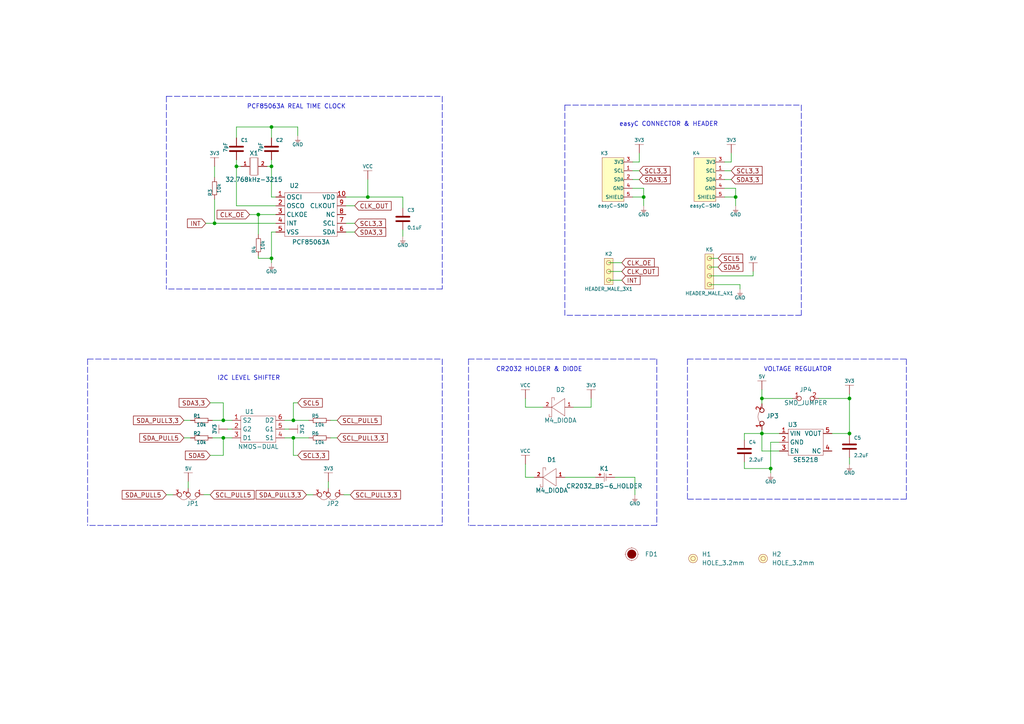
<source format=kicad_sch>
(kicad_sch (version 20210126) (generator eeschema)

  (paper "A4")

  (lib_symbols
    (symbol "e-radionica.com schematics:0603C" (pin_numbers hide) (pin_names (offset 0.002)) (in_bom yes) (on_board yes)
      (property "Reference" "C" (id 0) (at -0.635 3.175 0)
        (effects (font (size 1 1)))
      )
      (property "Value" "0603C" (id 1) (at 0 -3.175 0)
        (effects (font (size 1 1)))
      )
      (property "Footprint" "e-radionica.com footprinti:0603C" (id 2) (at 0 0 0)
        (effects (font (size 1 1)) hide)
      )
      (property "Datasheet" "" (id 3) (at 0 0 0)
        (effects (font (size 1 1)) hide)
      )
      (symbol "0603C_0_1"
        (polyline
          (pts
            (xy -0.635 1.905)
            (xy -0.635 -1.905)
          )
          (stroke (width 0.5)) (fill (type none))
        )
        (polyline
          (pts
            (xy 0.635 1.905)
            (xy 0.635 -1.905)
          )
          (stroke (width 0.5)) (fill (type none))
        )
      )
      (symbol "0603C_1_1"
        (pin passive line (at 3.175 0 180) (length 2.54)
          (name "~" (effects (font (size 1.27 1.27))))
          (number "2" (effects (font (size 1.27 1.27))))
        )
        (pin passive line (at -3.175 0 0) (length 2.54)
          (name "~" (effects (font (size 1.27 1.27))))
          (number "1" (effects (font (size 1.27 1.27))))
        )
      )
    )
    (symbol "e-radionica.com schematics:0603R" (pin_numbers hide) (pin_names (offset 0.254)) (in_bom yes) (on_board yes)
      (property "Reference" "R" (id 0) (at -1.905 1.905 0)
        (effects (font (size 1 1)))
      )
      (property "Value" "0603R" (id 1) (at 0 -1.905 0)
        (effects (font (size 1 1)))
      )
      (property "Footprint" "e-radionica.com footprinti:0603R" (id 2) (at -0.635 1.905 0)
        (effects (font (size 1 1)) hide)
      )
      (property "Datasheet" "" (id 3) (at -0.635 1.905 0)
        (effects (font (size 1 1)) hide)
      )
      (symbol "0603R_0_1"
        (rectangle (start -1.905 0.635) (end -1.8796 -0.635)
          (stroke (width 0.1)) (fill (type none))
        )
        (rectangle (start -1.905 0.635) (end 1.905 0.6096)
          (stroke (width 0.1)) (fill (type none))
        )
        (rectangle (start -1.905 -0.635) (end 1.905 -0.6604)
          (stroke (width 0.1)) (fill (type none))
        )
        (rectangle (start 1.905 0.635) (end 1.9304 -0.635)
          (stroke (width 0.1)) (fill (type none))
        )
      )
      (symbol "0603R_1_1"
        (pin passive line (at -3.175 0 0) (length 1.27)
          (name "~" (effects (font (size 1.27 1.27))))
          (number "1" (effects (font (size 1.27 1.27))))
        )
        (pin passive line (at 3.175 0 180) (length 1.27)
          (name "~" (effects (font (size 1.27 1.27))))
          (number "2" (effects (font (size 1.27 1.27))))
        )
      )
    )
    (symbol "e-radionica.com schematics:3V3" (power) (pin_names (offset 0)) (in_bom yes) (on_board yes)
      (property "Reference" "#PWR" (id 0) (at 4.445 0 0)
        (effects (font (size 1 1)) hide)
      )
      (property "Value" "3V3" (id 1) (at 0 3.556 0)
        (effects (font (size 1 1)))
      )
      (property "Footprint" "" (id 2) (at 4.445 3.81 0)
        (effects (font (size 1 1)) hide)
      )
      (property "Datasheet" "" (id 3) (at 4.445 3.81 0)
        (effects (font (size 1 1)) hide)
      )
      (property "ki_keywords" "power-flag" (id 4) (at 0 0 0)
        (effects (font (size 1.27 1.27)) hide)
      )
      (property "ki_description" "Power symbol creates a global label with name \"+3V3\"" (id 5) (at 0 0 0)
        (effects (font (size 1.27 1.27)) hide)
      )
      (symbol "3V3_0_1"
        (polyline
          (pts
            (xy 0 0)
            (xy 0 2.54)
          )
          (stroke (width 0)) (fill (type none))
        )
        (polyline
          (pts
            (xy -1.27 2.54)
            (xy 1.27 2.54)
          )
          (stroke (width 0.0006)) (fill (type none))
        )
      )
      (symbol "3V3_1_1"
        (pin power_in line (at 0 0 90) (length 0) hide
          (name "3V3" (effects (font (size 1.27 1.27))))
          (number "1" (effects (font (size 1.27 1.27))))
        )
      )
    )
    (symbol "e-radionica.com schematics:5V" (power) (pin_names (offset 0)) (in_bom yes) (on_board yes)
      (property "Reference" "#PWR" (id 0) (at 4.445 0 0)
        (effects (font (size 1 1)) hide)
      )
      (property "Value" "5V" (id 1) (at 0 3.556 0)
        (effects (font (size 1 1)))
      )
      (property "Footprint" "" (id 2) (at 4.445 3.81 0)
        (effects (font (size 1 1)) hide)
      )
      (property "Datasheet" "" (id 3) (at 4.445 3.81 0)
        (effects (font (size 1 1)) hide)
      )
      (property "ki_keywords" "power-flag" (id 4) (at 0 0 0)
        (effects (font (size 1.27 1.27)) hide)
      )
      (property "ki_description" "Power symbol creates a global label with name \"+3V3\"" (id 5) (at 0 0 0)
        (effects (font (size 1.27 1.27)) hide)
      )
      (symbol "5V_0_1"
        (polyline
          (pts
            (xy 0 0)
            (xy 0 2.54)
          )
          (stroke (width 0)) (fill (type none))
        )
        (polyline
          (pts
            (xy -1.27 2.54)
            (xy 1.27 2.54)
          )
          (stroke (width 0.0006)) (fill (type none))
        )
      )
      (symbol "5V_1_1"
        (pin power_in line (at 0 0 90) (length 0) hide
          (name "5V" (effects (font (size 1.27 1.27))))
          (number "1" (effects (font (size 1.27 1.27))))
        )
      )
    )
    (symbol "e-radionica.com schematics:CR2032_BS-6_HOLDER" (in_bom yes) (on_board yes)
      (property "Reference" "K" (id 0) (at 0 2.54 0)
        (effects (font (size 1.27 1.27)))
      )
      (property "Value" "CR2032_BS-6_HOLDER" (id 1) (at 0 -2.54 0)
        (effects (font (size 1.27 1.27)))
      )
      (property "Footprint" "e-radionica.com footprinti:CR2032-BS-6-1" (id 2) (at 0 -5.08 0)
        (effects (font (size 1.27 1.27)) hide)
      )
      (property "Datasheet" "" (id 3) (at 0 0 0)
        (effects (font (size 1.27 1.27)) hide)
      )
      (symbol "CR2032_BS-6_HOLDER_0_1"
        (polyline
          (pts
            (xy 0 -1.27)
            (xy 0 1.27)
            (xy 0 -0.762)
          )
          (stroke (width 0.0006)) (fill (type none))
        )
        (polyline
          (pts
            (xy 0.508 1.016)
            (xy 0.508 -1.016)
            (xy 0.508 -0.762)
          )
          (stroke (width 0.0006)) (fill (type none))
        )
      )
      (symbol "CR2032_BS-6_HOLDER_1_1"
        (pin input line (at -2.54 0 0) (length 2.54)
          (name "" (effects (font (size 1 1))))
          (number "+" (effects (font (size 1 1))))
        )
        (pin output line (at 3.048 0 180) (length 2.54)
          (name "" (effects (font (size 1 1))))
          (number "-" (effects (font (size 1 1))))
        )
      )
    )
    (symbol "e-radionica.com schematics:Fiducial_Stencil" (pin_numbers hide) (pin_names hide) (in_bom yes) (on_board yes)
      (property "Reference" "FD?" (id 0) (at 0 3.048 0)
        (effects (font (size 1.27 1.27)))
      )
      (property "Value" "Fiducial_Stencil" (id 1) (at 0 -2.794 0)
        (effects (font (size 1.27 1.27)) hide)
      )
      (property "Footprint" "e-radionica.com footprinti:FIDUCIAL_1MM_PASTE" (id 2) (at 0 -6.35 0)
        (effects (font (size 1.27 1.27)) hide)
      )
      (property "Datasheet" "" (id 3) (at 0 0 0)
        (effects (font (size 1.27 1.27)) hide)
      )
      (symbol "Fiducial_Stencil_0_1"
        (circle (center 0 0) (radius 1.7961) (stroke (width 0.0006)) (fill (type none)))
        (circle (center 0 0) (radius 1.27) (stroke (width 0.001)) (fill (type outline)))
        (polyline
          (pts
            (xy 1.778 0)
            (xy 2.032 0)
          )
          (stroke (width 0.0006)) (fill (type none))
        )
        (polyline
          (pts
            (xy 0 1.778)
            (xy 0 2.032)
          )
          (stroke (width 0.0006)) (fill (type none))
        )
        (polyline
          (pts
            (xy -1.778 0)
            (xy -2.032 0)
          )
          (stroke (width 0.0006)) (fill (type none))
        )
        (polyline
          (pts
            (xy 0 -1.778)
            (xy 0 -2.032)
          )
          (stroke (width 0.0006)) (fill (type none))
        )
      )
    )
    (symbol "e-radionica.com schematics:GND" (power) (pin_names (offset 0)) (in_bom yes) (on_board yes)
      (property "Reference" "#PWR" (id 0) (at 4.445 0 0)
        (effects (font (size 1 1)) hide)
      )
      (property "Value" "GND" (id 1) (at 0 -2.921 0)
        (effects (font (size 1 1)))
      )
      (property "Footprint" "" (id 2) (at 4.445 3.81 0)
        (effects (font (size 1 1)) hide)
      )
      (property "Datasheet" "" (id 3) (at 4.445 3.81 0)
        (effects (font (size 1 1)) hide)
      )
      (property "ki_keywords" "power-flag" (id 4) (at 0 0 0)
        (effects (font (size 1.27 1.27)) hide)
      )
      (property "ki_description" "Power symbol creates a global label with name \"+3V3\"" (id 5) (at 0 0 0)
        (effects (font (size 1.27 1.27)) hide)
      )
      (symbol "GND_0_1"
        (polyline
          (pts
            (xy 0 0)
            (xy 0 -1.27)
          )
          (stroke (width 0.0006)) (fill (type none))
        )
        (polyline
          (pts
            (xy -0.762 -1.27)
            (xy 0.762 -1.27)
          )
          (stroke (width 0.0006)) (fill (type none))
        )
        (polyline
          (pts
            (xy -0.381 -1.778)
            (xy 0.381 -1.778)
          )
          (stroke (width 0.0006)) (fill (type none))
        )
        (polyline
          (pts
            (xy -0.127 -2.032)
            (xy 0.127 -2.032)
          )
          (stroke (width 0.0006)) (fill (type none))
        )
        (polyline
          (pts
            (xy -0.635 -1.524)
            (xy 0.635 -1.524)
          )
          (stroke (width 0.0006)) (fill (type none))
        )
      )
      (symbol "GND_1_1"
        (pin power_in line (at 0 0 270) (length 0) hide
          (name "GND" (effects (font (size 1.27 1.27))))
          (number "1" (effects (font (size 1.27 1.27))))
        )
      )
    )
    (symbol "e-radionica.com schematics:HEADER_MALE_3X1" (pin_numbers hide) (pin_names hide) (in_bom yes) (on_board yes)
      (property "Reference" "K" (id 0) (at -0.635 5.08 0)
        (effects (font (size 1 1)))
      )
      (property "Value" "HEADER_MALE_3X1" (id 1) (at 0 -5.08 0)
        (effects (font (size 1 1)))
      )
      (property "Footprint" "e-radionica.com footprinti:HEADER_MALE_3X1" (id 2) (at 0 -7.62 0)
        (effects (font (size 1 1)) hide)
      )
      (property "Datasheet" "" (id 3) (at 0 -2.54 0)
        (effects (font (size 1 1)) hide)
      )
      (symbol "HEADER_MALE_3X1_0_1"
        (circle (center 0 -2.54) (radius 0.635) (stroke (width 0.0006)) (fill (type none)))
        (circle (center 0 0) (radius 0.635) (stroke (width 0.0006)) (fill (type none)))
        (circle (center 0 2.54) (radius 0.635) (stroke (width 0.0006)) (fill (type none)))
        (rectangle (start 1.27 -3.81) (end -1.27 3.81)
          (stroke (width 0.001)) (fill (type background))
        )
      )
      (symbol "HEADER_MALE_3X1_1_1"
        (pin passive line (at 0 -2.54 180) (length 0)
          (name "~" (effects (font (size 1 1))))
          (number "1" (effects (font (size 1 1))))
        )
        (pin passive line (at 0 0 180) (length 0)
          (name "~" (effects (font (size 1 1))))
          (number "2" (effects (font (size 1 1))))
        )
        (pin passive line (at 0 2.54 180) (length 0)
          (name "~" (effects (font (size 1 1))))
          (number "3" (effects (font (size 1 1))))
        )
      )
    )
    (symbol "e-radionica.com schematics:HEADER_MALE_4X1" (pin_numbers hide) (pin_names hide) (in_bom yes) (on_board yes)
      (property "Reference" "K" (id 0) (at -0.635 7.62 0)
        (effects (font (size 1 1)))
      )
      (property "Value" "HEADER_MALE_4X1" (id 1) (at 0 -5.08 0)
        (effects (font (size 1 1)))
      )
      (property "Footprint" "e-radionica.com footprinti:HEADER_MALE_4X1" (id 2) (at 0 -2.54 0)
        (effects (font (size 1 1)) hide)
      )
      (property "Datasheet" "" (id 3) (at 0 -2.54 0)
        (effects (font (size 1 1)) hide)
      )
      (symbol "HEADER_MALE_4X1_0_1"
        (circle (center 0 -2.54) (radius 0.635) (stroke (width 0.0006)) (fill (type none)))
        (circle (center 0 0) (radius 0.635) (stroke (width 0.0006)) (fill (type none)))
        (circle (center 0 2.54) (radius 0.635) (stroke (width 0.0006)) (fill (type none)))
        (circle (center 0 5.08) (radius 0.635) (stroke (width 0.0006)) (fill (type none)))
        (rectangle (start 1.27 -3.81) (end -1.27 6.35)
          (stroke (width 0.001)) (fill (type background))
        )
      )
      (symbol "HEADER_MALE_4X1_1_1"
        (pin passive line (at 0 -2.54 180) (length 0)
          (name "~" (effects (font (size 1 1))))
          (number "1" (effects (font (size 1 1))))
        )
        (pin passive line (at 0 0 180) (length 0)
          (name "~" (effects (font (size 1 1))))
          (number "2" (effects (font (size 1 1))))
        )
        (pin passive line (at 0 2.54 180) (length 0)
          (name "~" (effects (font (size 1 1))))
          (number "3" (effects (font (size 1 1))))
        )
        (pin passive line (at 0 5.08 180) (length 0)
          (name "~" (effects (font (size 1 1))))
          (number "4" (effects (font (size 1 1))))
        )
      )
    )
    (symbol "e-radionica.com schematics:HOLE_3.2mm" (pin_numbers hide) (pin_names hide) (in_bom yes) (on_board yes)
      (property "Reference" "H" (id 0) (at 0 2.54 0)
        (effects (font (size 1.27 1.27)))
      )
      (property "Value" "HOLE_3.2mm" (id 1) (at 0 -2.54 0)
        (effects (font (size 1.27 1.27)))
      )
      (property "Footprint" "e-radionica.com footprinti:HOLE_3.2mm" (id 2) (at 0 0 0)
        (effects (font (size 1.27 1.27)) hide)
      )
      (property "Datasheet" "" (id 3) (at 0 0 0)
        (effects (font (size 1.27 1.27)) hide)
      )
      (symbol "HOLE_3.2mm_0_1"
        (circle (center 0 0) (radius 1.27) (stroke (width 0.001)) (fill (type background)))
        (circle (center 0 0) (radius 0.635) (stroke (width 0.0006)) (fill (type none)))
      )
    )
    (symbol "e-radionica.com schematics:KRISTAL_3215" (in_bom yes) (on_board yes)
      (property "Reference" "X" (id 0) (at 0 3.556 0)
        (effects (font (size 1.27 1.27)))
      )
      (property "Value" "KRISTAL_3215" (id 1) (at 0 -3.556 0)
        (effects (font (size 1.27 1.27)))
      )
      (property "Footprint" "e-radionica.com footprinti:KRISTAL_3215" (id 2) (at 0 -5 0)
        (effects (font (size 1.27 1.27)) hide)
      )
      (property "Datasheet" "" (id 3) (at 0 0 0)
        (effects (font (size 1.27 1.27)) hide)
      )
      (symbol "KRISTAL_3215_0_1"
        (polyline
          (pts
            (xy -1.27 2.54)
            (xy -1.27 -2.54)
          )
          (stroke (width 0.0006)) (fill (type none))
        )
        (polyline
          (pts
            (xy 1.27 2.54)
            (xy 1.27 -2.54)
            (xy 1.27 -1.27)
          )
          (stroke (width 0.0006)) (fill (type none))
        )
        (polyline
          (pts
            (xy -1.016 2.54)
            (xy -1.016 -2.54)
            (xy 1.016 -2.54)
            (xy 1.016 2.54)
            (xy -1.016 2.54)
            (xy 0.762 2.54)
          )
          (stroke (width 0.0006)) (fill (type none))
        )
      )
      (symbol "KRISTAL_3215_1_1"
        (pin passive line (at -3.81 0 0) (length 2.54)
          (name "~" (effects (font (size 1 1))))
          (number "1" (effects (font (size 1 1))))
        )
        (pin passive line (at 3.81 0 180) (length 2.54)
          (name "~" (effects (font (size 1 1))))
          (number "2" (effects (font (size 1 1))))
        )
      )
    )
    (symbol "e-radionica.com schematics:M4_DIODA" (pin_names hide) (in_bom yes) (on_board yes)
      (property "Reference" "D" (id 0) (at 0 3.81 0)
        (effects (font (size 1.27 1.27)))
      )
      (property "Value" "M4_DIODA" (id 1) (at 0 -4.572 0)
        (effects (font (size 1.27 1.27)))
      )
      (property "Footprint" "e-radionica.com footprinti:M4_DIODA" (id 2) (at 0 -6.35 0)
        (effects (font (size 1.27 1.27)) hide)
      )
      (property "Datasheet" "" (id 3) (at 0 0 0)
        (effects (font (size 1.27 1.27)) hide)
      )
      (symbol "M4_DIODA_0_1"
        (polyline
          (pts
            (xy -2.54 2.54)
            (xy -2.54 -2.54)
            (xy 1.27 0)
            (xy -2.54 2.54)
          )
          (stroke (width 0.0006)) (fill (type none))
        )
        (polyline
          (pts
            (xy 1.27 2.794)
            (xy 1.27 -2.794)
            (xy 0.508 -2.794)
            (xy 0.508 -2.032)
          )
          (stroke (width 0.0006)) (fill (type none))
        )
        (polyline
          (pts
            (xy 1.27 2.794)
            (xy 2.032 2.794)
            (xy 2.032 2.032)
            (xy 2.032 2.54)
          )
          (stroke (width 0.0006)) (fill (type none))
        )
      )
      (symbol "M4_DIODA_1_1"
        (pin passive line (at -5.08 0 0) (length 2.54)
          (name "A" (effects (font (size 1 1))))
          (number "1" (effects (font (size 1 1))))
        )
        (pin passive line (at 3.81 0 180) (length 2.54)
          (name "K" (effects (font (size 1 1))))
          (number "2" (effects (font (size 1 1))))
        )
      )
    )
    (symbol "e-radionica.com schematics:NMOS-DUAL" (in_bom yes) (on_board yes)
      (property "Reference" "U" (id 0) (at -3.81 5.08 0)
        (effects (font (size 1.27 1.27)))
      )
      (property "Value" "NMOS-DUAL" (id 1) (at 0 -5.08 0)
        (effects (font (size 1.27 1.27)))
      )
      (property "Footprint" "e-radionica.com footprinti:SOT-363" (id 2) (at 0 -7.62 0)
        (effects (font (size 1.27 1.27)) hide)
      )
      (property "Datasheet" "" (id 3) (at 0 -2.54 0)
        (effects (font (size 1.27 1.27)) hide)
      )
      (symbol "NMOS-DUAL_0_1"
        (rectangle (start -5.08 3.81) (end 5.08 -3.81)
          (stroke (width 0.0006)) (fill (type none))
        )
      )
      (symbol "NMOS-DUAL_1_1"
        (pin input line (at -7.62 2.54 0) (length 2.54)
          (name "S2" (effects (font (size 1.27 1.27))))
          (number "1" (effects (font (size 1.27 1.27))))
        )
        (pin input line (at -7.62 0 0) (length 2.54)
          (name "G2" (effects (font (size 1.27 1.27))))
          (number "2" (effects (font (size 1.27 1.27))))
        )
        (pin input line (at -7.62 -2.54 0) (length 2.54)
          (name "D1" (effects (font (size 1.27 1.27))))
          (number "3" (effects (font (size 1.27 1.27))))
        )
        (pin input line (at 7.62 -2.54 180) (length 2.54)
          (name "S1" (effects (font (size 1.27 1.27))))
          (number "4" (effects (font (size 1.27 1.27))))
        )
        (pin input line (at 7.62 0 180) (length 2.54)
          (name "G1" (effects (font (size 1.27 1.27))))
          (number "5" (effects (font (size 1.27 1.27))))
        )
        (pin input line (at 7.62 2.54 180) (length 2.54)
          (name "D2" (effects (font (size 1.27 1.27))))
          (number "6" (effects (font (size 1.27 1.27))))
        )
      )
    )
    (symbol "e-radionica.com schematics:PCF85063A" (in_bom yes) (on_board yes)
      (property "Reference" "U" (id 0) (at -6.35 7.62 0)
        (effects (font (size 1.27 1.27)))
      )
      (property "Value" "PCF85063A" (id 1) (at 0 -7.62 0)
        (effects (font (size 1.27 1.27)))
      )
      (property "Footprint" "e-radionica.com footprinti:PCF85063A" (id 2) (at 0 -10.16 0)
        (effects (font (size 1.27 1.27)) hide)
      )
      (property "Datasheet" "" (id 3) (at -6.35 2.54 0)
        (effects (font (size 1.27 1.27)) hide)
      )
      (symbol "PCF85063A_0_1"
        (rectangle (start -7.62 6.35) (end 7.62 -6.35)
          (stroke (width 0.0006)) (fill (type none))
        )
      )
      (symbol "PCF85063A_1_1"
        (pin passive line (at -10.16 5.08 0) (length 2.54)
          (name "OSCI" (effects (font (size 1.27 1.27))))
          (number "1" (effects (font (size 1.27 1.27))))
        )
        (pin passive line (at -10.16 2.54 0) (length 2.54)
          (name "OSCO" (effects (font (size 1.27 1.27))))
          (number "2" (effects (font (size 1.27 1.27))))
        )
        (pin passive line (at -10.16 0 0) (length 2.54)
          (name "CLKOE" (effects (font (size 1.27 1.27))))
          (number "3" (effects (font (size 1.27 1.27))))
        )
        (pin passive line (at -10.16 -2.54 0) (length 2.54)
          (name "INT" (effects (font (size 1.27 1.27))))
          (number "4" (effects (font (size 1.27 1.27))))
        )
        (pin passive line (at -10.16 -5.08 0) (length 2.54)
          (name "VSS" (effects (font (size 1.27 1.27))))
          (number "5" (effects (font (size 1.27 1.27))))
        )
        (pin passive line (at 10.16 -5.08 180) (length 2.54)
          (name "SDA" (effects (font (size 1.27 1.27))))
          (number "6" (effects (font (size 1.27 1.27))))
        )
        (pin passive line (at 10.16 -2.54 180) (length 2.54)
          (name "SCL" (effects (font (size 1.27 1.27))))
          (number "7" (effects (font (size 1.27 1.27))))
        )
        (pin passive line (at 10.16 0 180) (length 2.54)
          (name "NC" (effects (font (size 1.27 1.27))))
          (number "8" (effects (font (size 1.27 1.27))))
        )
        (pin passive line (at 10.16 2.54 180) (length 2.54)
          (name "CLKOUT" (effects (font (size 1.27 1.27))))
          (number "9" (effects (font (size 1.27 1.27))))
        )
        (pin passive line (at 10.16 5.08 180) (length 2.54)
          (name "VDD" (effects (font (size 1.27 1.27))))
          (number "10" (effects (font (size 1.27 1.27))))
        )
      )
    )
    (symbol "e-radionica.com schematics:SE5218" (in_bom yes) (on_board yes)
      (property "Reference" "U" (id 0) (at -3.81 5.08 0)
        (effects (font (size 1.27 1.27)))
      )
      (property "Value" "SE5218" (id 1) (at 0 -5.08 0)
        (effects (font (size 1.27 1.27)))
      )
      (property "Footprint" "e-radionica.com footprinti:SOT-23-5" (id 2) (at 0 0 0)
        (effects (font (size 1.27 1.27)) hide)
      )
      (property "Datasheet" "" (id 3) (at 0 0 0)
        (effects (font (size 1.27 1.27)) hide)
      )
      (symbol "SE5218_0_1"
        (rectangle (start -5.08 3.81) (end 5.08 -3.81)
          (stroke (width 0.0006)) (fill (type none))
        )
      )
      (symbol "SE5218_1_1"
        (pin power_in line (at -7.62 2.54 0) (length 2.54)
          (name "VIN" (effects (font (size 1.27 1.27))))
          (number "1" (effects (font (size 1.27 1.27))))
        )
        (pin power_in line (at -7.62 0 0) (length 2.54)
          (name "GND" (effects (font (size 1.27 1.27))))
          (number "2" (effects (font (size 1.27 1.27))))
        )
        (pin input line (at -7.62 -2.54 0) (length 2.54)
          (name "EN" (effects (font (size 1.27 1.27))))
          (number "3" (effects (font (size 1.27 1.27))))
        )
        (pin passive line (at 7.62 -2.54 180) (length 2.54)
          (name "NC" (effects (font (size 1.27 1.27))))
          (number "4" (effects (font (size 1.27 1.27))))
        )
        (pin power_out line (at 7.62 2.54 180) (length 2.54)
          (name "VOUT" (effects (font (size 1.27 1.27))))
          (number "5" (effects (font (size 1.27 1.27))))
        )
      )
    )
    (symbol "e-radionica.com schematics:SMD-JUMPER-CONNECTED_TRACE_NOSLODERMASK" (in_bom yes) (on_board yes)
      (property "Reference" "JP" (id 0) (at 0 3.556 0)
        (effects (font (size 1.27 1.27)))
      )
      (property "Value" "SMD-JUMPER-CONNECTED_TRACE_NOSLODERMASK" (id 1) (at 0 -2.54 0)
        (effects (font (size 1.27 1.27)))
      )
      (property "Footprint" "e-radionica.com footprinti:SMD-JUMPER-CONNECTED_TRACE_NOSLODERMASK" (id 2) (at 0 0 0)
        (effects (font (size 1.27 1.27)) hide)
      )
      (property "Datasheet" "" (id 3) (at 0 0 0)
        (effects (font (size 1.27 1.27)) hide)
      )
      (symbol "SMD-JUMPER-CONNECTED_TRACE_NOSLODERMASK_0_1"
        (arc (start -1.8034 0.5588) (end 1.397 0.5842) (radius (at -0.1875 -1.4124) (length 2.5489) (angles 129.3 51.6))
          (stroke (width 0.0006)) (fill (type none))
        )
      )
      (symbol "SMD-JUMPER-CONNECTED_TRACE_NOSLODERMASK_1_1"
        (pin passive inverted (at -4.064 0 0) (length 2.54)
          (name "" (effects (font (size 1.27 1.27))))
          (number "1" (effects (font (size 1.27 1.27))))
        )
        (pin passive inverted (at 3.556 0 180) (length 2.54)
          (name "" (effects (font (size 1.27 1.27))))
          (number "2" (effects (font (size 1.27 1.27))))
        )
      )
    )
    (symbol "e-radionica.com schematics:SMD_JUMPER" (in_bom yes) (on_board yes)
      (property "Reference" "JP" (id 0) (at 0 1.397 0)
        (effects (font (size 1.27 1.27)))
      )
      (property "Value" "SMD_JUMPER" (id 1) (at 0.508 -3.048 0)
        (effects (font (size 1.27 1.27)))
      )
      (property "Footprint" "e-radionica.com footprinti:SMD_JUMPER" (id 2) (at 0 0 0)
        (effects (font (size 1.27 1.27)) hide)
      )
      (property "Datasheet" "" (id 3) (at 0 0 0)
        (effects (font (size 1.27 1.27)) hide)
      )
      (symbol "SMD_JUMPER_1_1"
        (pin passive inverted (at -3.81 0 0) (length 2.54)
          (name "" (effects (font (size 1.27 1.27))))
          (number "1" (effects (font (size 1.27 1.27))))
        )
        (pin passive inverted (at 3.81 0 180) (length 2.54)
          (name "" (effects (font (size 1.27 1.27))))
          (number "2" (effects (font (size 1.27 1.27))))
        )
      )
    )
    (symbol "e-radionica.com schematics:SMD_JUMPER_3_PAD_TRACE" (in_bom yes) (on_board yes)
      (property "Reference" "JP" (id 0) (at 0.0254 5.461 0)
        (effects (font (size 1.27 1.27)))
      )
      (property "Value" "SMD_JUMPER_3_PAD_TRACE" (id 1) (at 0.3048 -4.572 0)
        (effects (font (size 1.27 1.27)))
      )
      (property "Footprint" "e-radionica.com footprinti:SMD_JUMPER_3_PAD_TRACE" (id 2) (at 0 -1.27 0)
        (effects (font (size 1.27 1.27)) hide)
      )
      (property "Datasheet" "" (id 3) (at 0 0 0)
        (effects (font (size 1.27 1.27)) hide)
      )
      (symbol "SMD_JUMPER_3_PAD_TRACE_0_1"
        (arc (start -2.6162 0.6096) (end 0 0.5842) (radius (at -1.3133 0.057) (length 1.4152) (angles 157 21.9))
          (stroke (width 0.0006)) (fill (type none))
        )
        (arc (start 0 0.6096) (end 2.5908 0.6604) (radius (at 1.308 -0.0085) (length 1.4467) (angles 154.7 27.5))
          (stroke (width 0.0006)) (fill (type none))
        )
      )
      (symbol "SMD_JUMPER_3_PAD_TRACE_1_1"
        (pin passive inverted (at -4.5212 -0.0254 0) (length 2.54)
          (name "" (effects (font (size 1 1))))
          (number "1" (effects (font (size 1 1))))
        )
        (pin passive inverted (at 0.0254 -1.9304 90) (length 2.54)
          (name "" (effects (font (size 1 1))))
          (number "2" (effects (font (size 1 1))))
        )
        (pin passive inverted (at 4.4704 0 180) (length 2.54)
          (name "" (effects (font (size 1 1))))
          (number "3" (effects (font (size 1 1))))
        )
      )
    )
    (symbol "e-radionica.com schematics:VCC" (power) (pin_names (offset 0)) (in_bom yes) (on_board yes)
      (property "Reference" "#PWR" (id 0) (at 4.445 0 0)
        (effects (font (size 1 1)) hide)
      )
      (property "Value" "VCC" (id 1) (at 0 3.556 0)
        (effects (font (size 1 1)))
      )
      (property "Footprint" "" (id 2) (at 4.445 3.81 0)
        (effects (font (size 1 1)) hide)
      )
      (property "Datasheet" "" (id 3) (at 4.445 3.81 0)
        (effects (font (size 1 1)) hide)
      )
      (property "ki_keywords" "power-flag" (id 4) (at 0 0 0)
        (effects (font (size 1.27 1.27)) hide)
      )
      (property "ki_description" "Power symbol creates a global label with name \"+3V3\"" (id 5) (at 0 0 0)
        (effects (font (size 1.27 1.27)) hide)
      )
      (symbol "VCC_0_1"
        (polyline
          (pts
            (xy 0 0)
            (xy 0 2.54)
          )
          (stroke (width 0)) (fill (type none))
        )
        (polyline
          (pts
            (xy -1.27 2.54)
            (xy 1.27 2.54)
          )
          (stroke (width 0.0006)) (fill (type none))
        )
      )
      (symbol "VCC_1_1"
        (pin power_in line (at 0 0 90) (length 0) hide
          (name "VCC" (effects (font (size 1.27 1.27))))
          (number "1" (effects (font (size 1.27 1.27))))
        )
      )
    )
    (symbol "e-radionica.com schematics:easyC-SMD" (pin_names (offset 0.002)) (in_bom yes) (on_board yes)
      (property "Reference" "K" (id 0) (at -2.54 10.16 0)
        (effects (font (size 1 1)))
      )
      (property "Value" "easyC-SMD" (id 1) (at 0 -5.08 0)
        (effects (font (size 1 1)))
      )
      (property "Footprint" "e-radionica.com footprinti:easyC-connector" (id 2) (at 3.175 2.54 0)
        (effects (font (size 1 1)) hide)
      )
      (property "Datasheet" "" (id 3) (at 3.175 2.54 0)
        (effects (font (size 1 1)) hide)
      )
      (symbol "easyC-SMD_0_1"
        (rectangle (start -3.175 8.89) (end 3.175 -3.81)
          (stroke (width 0.001)) (fill (type background))
        )
      )
      (symbol "easyC-SMD_1_1"
        (pin passive line (at 5.715 5.08 180) (length 2.54)
          (name "SCL" (effects (font (size 1 1))))
          (number "1" (effects (font (size 1 1))))
        )
        (pin passive line (at 5.715 2.54 180) (length 2.54)
          (name "SDA" (effects (font (size 1 1))))
          (number "2" (effects (font (size 1 1))))
        )
        (pin passive line (at 5.715 7.62 180) (length 2.54)
          (name "3V3" (effects (font (size 1 1))))
          (number "3" (effects (font (size 1 1))))
        )
        (pin passive line (at 5.715 0 180) (length 2.54)
          (name "GND" (effects (font (size 1 1))))
          (number "4" (effects (font (size 1 1))))
        )
        (pin passive line (at 5.715 -2.54 180) (length 2.54)
          (name "SHIELD" (effects (font (size 1 1))))
          (number "5" (effects (font (size 1 1))))
        )
      )
    )
  )

  (junction (at 62.23 64.77) (diameter 0.9144) (color 0 0 0 0))
  (junction (at 64.77 121.92) (diameter 0.9144) (color 0 0 0 0))
  (junction (at 64.77 127) (diameter 0.9144) (color 0 0 0 0))
  (junction (at 68.58 48.26) (diameter 0.9144) (color 0 0 0 0))
  (junction (at 74.93 62.23) (diameter 0.9144) (color 0 0 0 0))
  (junction (at 78.74 36.83) (diameter 0.9144) (color 0 0 0 0))
  (junction (at 78.74 48.26) (diameter 0.9144) (color 0 0 0 0))
  (junction (at 78.74 74.93) (diameter 0.9144) (color 0 0 0 0))
  (junction (at 85.09 121.92) (diameter 0.9144) (color 0 0 0 0))
  (junction (at 85.09 127) (diameter 0.9144) (color 0 0 0 0))
  (junction (at 106.68 57.15) (diameter 0.9144) (color 0 0 0 0))
  (junction (at 186.69 57.15) (diameter 0.9144) (color 0 0 0 0))
  (junction (at 213.36 57.15) (diameter 0.9144) (color 0 0 0 0))
  (junction (at 220.98 115.57) (diameter 0.9144) (color 0 0 0 0))
  (junction (at 220.98 125.73) (diameter 0.9144) (color 0 0 0 0))
  (junction (at 223.52 135.89) (diameter 0.9144) (color 0 0 0 0))
  (junction (at 246.38 115.57) (diameter 0.9144) (color 0 0 0 0))
  (junction (at 246.38 125.73) (diameter 0.9144) (color 0 0 0 0))

  (wire (pts (xy 48.26 143.51) (xy 50.1396 143.51))
    (stroke (width 0) (type solid) (color 0 0 0 0))
    (uuid 6cd8dadf-d107-4835-8586-2c89e321d97d)
  )
  (wire (pts (xy 53.34 121.92) (xy 55.245 121.92))
    (stroke (width 0) (type solid) (color 0 0 0 0))
    (uuid 7b2b3e77-a950-486a-a3d3-52ba928334a0)
  )
  (wire (pts (xy 53.34 127) (xy 55.245 127))
    (stroke (width 0) (type solid) (color 0 0 0 0))
    (uuid 74b3e50f-4b4b-4036-9588-c5fd5ea8a236)
  )
  (wire (pts (xy 54.5846 139.7) (xy 54.61 139.7))
    (stroke (width 0) (type solid) (color 0 0 0 0))
    (uuid 50e9f57a-ea7b-4478-bd6e-7186bbee1150)
  )
  (wire (pts (xy 54.5846 141.5796) (xy 54.5846 139.7))
    (stroke (width 0) (type solid) (color 0 0 0 0))
    (uuid df128d23-48d5-4d73-b9fc-8da7dbf4ca12)
  )
  (wire (pts (xy 59.1312 143.4846) (xy 60.96 143.4846))
    (stroke (width 0) (type solid) (color 0 0 0 0))
    (uuid d571e01a-628c-470a-82ec-2b1ef202219d)
  )
  (wire (pts (xy 59.69 64.77) (xy 62.23 64.77))
    (stroke (width 0) (type solid) (color 0 0 0 0))
    (uuid 68f682d6-1141-4f33-ac88-69d823f82b87)
  )
  (wire (pts (xy 60.96 116.84) (xy 64.77 116.84))
    (stroke (width 0) (type solid) (color 0 0 0 0))
    (uuid 5b099973-9642-4db1-82f6-0000e9a20881)
  )
  (wire (pts (xy 60.96 132.08) (xy 64.77 132.08))
    (stroke (width 0) (type solid) (color 0 0 0 0))
    (uuid c1382126-e51d-4745-b3e8-e3d23b981a79)
  )
  (wire (pts (xy 60.96 143.4846) (xy 60.96 143.51))
    (stroke (width 0) (type solid) (color 0 0 0 0))
    (uuid aa2bacce-0d5d-4632-b8dc-f253d1d002d0)
  )
  (wire (pts (xy 61.595 121.92) (xy 64.77 121.92))
    (stroke (width 0) (type solid) (color 0 0 0 0))
    (uuid 21c9518e-d1f4-4217-bab2-29af39474ada)
  )
  (wire (pts (xy 61.595 127) (xy 64.77 127))
    (stroke (width 0) (type solid) (color 0 0 0 0))
    (uuid 173fd495-8532-44a6-b5f6-234f80097cdb)
  )
  (wire (pts (xy 62.23 48.26) (xy 62.23 51.435))
    (stroke (width 0) (type solid) (color 0 0 0 0))
    (uuid 06df8c7e-c363-434a-83c7-d3c714cf5b87)
  )
  (wire (pts (xy 62.23 57.785) (xy 62.23 64.77))
    (stroke (width 0) (type solid) (color 0 0 0 0))
    (uuid 753ed3bd-538f-4aec-b389-93f76b3a2bcb)
  )
  (wire (pts (xy 62.23 64.77) (xy 80.01 64.77))
    (stroke (width 0) (type solid) (color 0 0 0 0))
    (uuid 68f682d6-1141-4f33-ac88-69d823f82b87)
  )
  (wire (pts (xy 64.77 116.84) (xy 64.77 121.92))
    (stroke (width 0) (type solid) (color 0 0 0 0))
    (uuid d2a21483-3dd5-4ba2-9435-f3df01cd3d47)
  )
  (wire (pts (xy 64.77 121.92) (xy 67.31 121.92))
    (stroke (width 0) (type solid) (color 0 0 0 0))
    (uuid 47a05abd-7c7d-426f-8dbe-0eb05ce021dd)
  )
  (wire (pts (xy 64.77 127) (xy 67.31 127))
    (stroke (width 0) (type solid) (color 0 0 0 0))
    (uuid 2708400d-e8b3-47c6-a412-f113ec5fe3bb)
  )
  (wire (pts (xy 64.77 132.08) (xy 64.77 127))
    (stroke (width 0) (type solid) (color 0 0 0 0))
    (uuid ac3df37f-fe3a-41a2-a49c-f8cc1d9b73f9)
  )
  (wire (pts (xy 66.04 124.46) (xy 67.31 124.46))
    (stroke (width 0) (type solid) (color 0 0 0 0))
    (uuid 1dae5c0f-10b0-4aa1-b218-5080b2d859b4)
  )
  (wire (pts (xy 68.58 36.83) (xy 78.74 36.83))
    (stroke (width 0) (type solid) (color 0 0 0 0))
    (uuid 81201950-7c7c-4e51-8de9-7028b41f98bc)
  )
  (wire (pts (xy 68.58 40.005) (xy 68.58 36.83))
    (stroke (width 0) (type solid) (color 0 0 0 0))
    (uuid 81201950-7c7c-4e51-8de9-7028b41f98bc)
  )
  (wire (pts (xy 68.58 46.355) (xy 68.58 48.26))
    (stroke (width 0) (type solid) (color 0 0 0 0))
    (uuid 6ab4cf9b-bfce-4f64-bfc9-370645ca7f9e)
  )
  (wire (pts (xy 68.58 48.26) (xy 69.85 48.26))
    (stroke (width 0) (type solid) (color 0 0 0 0))
    (uuid 662f75f0-1126-4480-a400-35c9cce75049)
  )
  (wire (pts (xy 68.58 59.69) (xy 68.58 48.26))
    (stroke (width 0) (type solid) (color 0 0 0 0))
    (uuid 662f75f0-1126-4480-a400-35c9cce75049)
  )
  (wire (pts (xy 72.39 62.23) (xy 74.93 62.23))
    (stroke (width 0) (type solid) (color 0 0 0 0))
    (uuid d5646083-8b6b-4926-ac92-22f3b417b37f)
  )
  (wire (pts (xy 74.93 62.23) (xy 74.93 67.945))
    (stroke (width 0) (type solid) (color 0 0 0 0))
    (uuid 8e84ca1d-db2b-4aec-93d2-715985066952)
  )
  (wire (pts (xy 74.93 62.23) (xy 80.01 62.23))
    (stroke (width 0) (type solid) (color 0 0 0 0))
    (uuid d5646083-8b6b-4926-ac92-22f3b417b37f)
  )
  (wire (pts (xy 74.93 74.295) (xy 74.93 74.93))
    (stroke (width 0) (type solid) (color 0 0 0 0))
    (uuid 8d379d62-c0bd-4a93-b102-b28570bd09dd)
  )
  (wire (pts (xy 74.93 74.93) (xy 78.74 74.93))
    (stroke (width 0) (type solid) (color 0 0 0 0))
    (uuid 8d379d62-c0bd-4a93-b102-b28570bd09dd)
  )
  (wire (pts (xy 77.47 48.26) (xy 78.74 48.26))
    (stroke (width 0) (type solid) (color 0 0 0 0))
    (uuid ab85bc7d-af6a-4e1f-bc7c-5cf126b874a9)
  )
  (wire (pts (xy 78.74 36.83) (xy 86.36 36.83))
    (stroke (width 0) (type solid) (color 0 0 0 0))
    (uuid 435fadf9-1f7f-4a12-bc61-d204fe9a54e2)
  )
  (wire (pts (xy 78.74 40.005) (xy 78.74 36.83))
    (stroke (width 0) (type solid) (color 0 0 0 0))
    (uuid 435fadf9-1f7f-4a12-bc61-d204fe9a54e2)
  )
  (wire (pts (xy 78.74 46.355) (xy 78.74 48.26))
    (stroke (width 0) (type solid) (color 0 0 0 0))
    (uuid c03202b0-46b0-4f2e-9d97-cfe1bd22274d)
  )
  (wire (pts (xy 78.74 57.15) (xy 78.74 48.26))
    (stroke (width 0) (type solid) (color 0 0 0 0))
    (uuid ab85bc7d-af6a-4e1f-bc7c-5cf126b874a9)
  )
  (wire (pts (xy 78.74 67.31) (xy 78.74 74.93))
    (stroke (width 0) (type solid) (color 0 0 0 0))
    (uuid 5ef283bb-172a-4357-99d1-2a349087563c)
  )
  (wire (pts (xy 78.74 74.93) (xy 78.74 76.2))
    (stroke (width 0) (type solid) (color 0 0 0 0))
    (uuid 8d379d62-c0bd-4a93-b102-b28570bd09dd)
  )
  (wire (pts (xy 80.01 57.15) (xy 78.74 57.15))
    (stroke (width 0) (type solid) (color 0 0 0 0))
    (uuid ab85bc7d-af6a-4e1f-bc7c-5cf126b874a9)
  )
  (wire (pts (xy 80.01 59.69) (xy 68.58 59.69))
    (stroke (width 0) (type solid) (color 0 0 0 0))
    (uuid 662f75f0-1126-4480-a400-35c9cce75049)
  )
  (wire (pts (xy 80.01 67.31) (xy 78.74 67.31))
    (stroke (width 0) (type solid) (color 0 0 0 0))
    (uuid 5ef283bb-172a-4357-99d1-2a349087563c)
  )
  (wire (pts (xy 82.55 121.92) (xy 85.09 121.92))
    (stroke (width 0) (type solid) (color 0 0 0 0))
    (uuid 55441401-ddb9-49c6-aa6b-aa975b397b12)
  )
  (wire (pts (xy 82.55 124.46) (xy 83.82 124.46))
    (stroke (width 0) (type solid) (color 0 0 0 0))
    (uuid 400898b0-6ed8-401c-bd1f-9a53da2648f4)
  )
  (wire (pts (xy 82.55 127) (xy 85.09 127))
    (stroke (width 0) (type solid) (color 0 0 0 0))
    (uuid ae0e766a-3ed5-4810-bb7d-5094fead9e14)
  )
  (wire (pts (xy 85.09 116.84) (xy 85.09 121.92))
    (stroke (width 0) (type solid) (color 0 0 0 0))
    (uuid ba7ec8b5-d479-4a0e-a7ec-7cfb787f4adc)
  )
  (wire (pts (xy 85.09 121.92) (xy 89.535 121.92))
    (stroke (width 0) (type solid) (color 0 0 0 0))
    (uuid a4abdf26-617d-49f8-923f-8d0e8c6dc710)
  )
  (wire (pts (xy 85.09 127) (xy 89.535 127))
    (stroke (width 0) (type solid) (color 0 0 0 0))
    (uuid afffaacb-a8dd-4c0d-84d2-71e4f579bb9d)
  )
  (wire (pts (xy 85.09 132.08) (xy 85.09 127))
    (stroke (width 0) (type solid) (color 0 0 0 0))
    (uuid f4935d6a-ae37-40dc-aeed-8724d7dbc0af)
  )
  (wire (pts (xy 86.36 36.83) (xy 86.36 39.37))
    (stroke (width 0) (type solid) (color 0 0 0 0))
    (uuid 435fadf9-1f7f-4a12-bc61-d204fe9a54e2)
  )
  (wire (pts (xy 86.36 116.84) (xy 85.09 116.84))
    (stroke (width 0) (type solid) (color 0 0 0 0))
    (uuid 8c23b410-7a14-47c7-bb9f-d80bbb7b9a2d)
  )
  (wire (pts (xy 86.36 132.08) (xy 85.09 132.08))
    (stroke (width 0) (type solid) (color 0 0 0 0))
    (uuid e753ecd2-55d7-4892-8251-2301dfbf614f)
  )
  (wire (pts (xy 88.9 143.51) (xy 90.7796 143.51))
    (stroke (width 0) (type solid) (color 0 0 0 0))
    (uuid 244d01cf-a4a0-42dc-9968-01f55ba88161)
  )
  (wire (pts (xy 95.2246 139.7) (xy 95.25 139.7))
    (stroke (width 0) (type solid) (color 0 0 0 0))
    (uuid 0633085a-4d53-4471-8ab2-1fb23586bf9b)
  )
  (wire (pts (xy 95.2246 141.5796) (xy 95.2246 139.7))
    (stroke (width 0) (type solid) (color 0 0 0 0))
    (uuid 0b1ec946-bcdd-4ac1-a30d-3c173712f669)
  )
  (wire (pts (xy 95.885 121.92) (xy 97.79 121.92))
    (stroke (width 0) (type solid) (color 0 0 0 0))
    (uuid b9b1e1b8-7677-4b5d-ad65-7191806ced23)
  )
  (wire (pts (xy 95.885 127) (xy 97.79 127))
    (stroke (width 0) (type solid) (color 0 0 0 0))
    (uuid d682f7a6-cd44-4990-94bb-f07355103d8e)
  )
  (wire (pts (xy 99.7712 143.4846) (xy 99.7712 143.51))
    (stroke (width 0) (type solid) (color 0 0 0 0))
    (uuid 347b8a40-256a-4203-8c78-46eab371cd47)
  )
  (wire (pts (xy 99.7712 143.51) (xy 101.6 143.51))
    (stroke (width 0) (type solid) (color 0 0 0 0))
    (uuid 29cdea7e-0636-447f-9f14-0bc8ffb8431c)
  )
  (wire (pts (xy 100.33 57.15) (xy 106.68 57.15))
    (stroke (width 0) (type solid) (color 0 0 0 0))
    (uuid a7eb3970-3cb4-4a38-b726-2cc0b4d83149)
  )
  (wire (pts (xy 100.33 59.69) (xy 102.87 59.69))
    (stroke (width 0) (type solid) (color 0 0 0 0))
    (uuid 404361a8-267f-43a0-a89b-53cc19de373b)
  )
  (wire (pts (xy 100.33 64.77) (xy 102.87 64.77))
    (stroke (width 0) (type solid) (color 0 0 0 0))
    (uuid 06e388c6-0e26-4913-afed-419dc50a7a08)
  )
  (wire (pts (xy 100.33 67.31) (xy 102.87 67.31))
    (stroke (width 0) (type solid) (color 0 0 0 0))
    (uuid 43259f82-2d84-47bb-90a0-ada6cd9e4473)
  )
  (wire (pts (xy 106.68 57.15) (xy 106.68 52.07))
    (stroke (width 0) (type solid) (color 0 0 0 0))
    (uuid a7eb3970-3cb4-4a38-b726-2cc0b4d83149)
  )
  (wire (pts (xy 106.68 57.15) (xy 116.84 57.15))
    (stroke (width 0) (type solid) (color 0 0 0 0))
    (uuid 411036fe-9592-4de7-a94f-1ace127378e1)
  )
  (wire (pts (xy 116.84 60.325) (xy 116.84 57.15))
    (stroke (width 0) (type solid) (color 0 0 0 0))
    (uuid 5b202c5b-6263-4807-9d20-0e6266087ae0)
  )
  (wire (pts (xy 116.84 66.675) (xy 116.84 68.58))
    (stroke (width 0) (type solid) (color 0 0 0 0))
    (uuid f6288340-36e7-48ae-ae54-c017bfa5d54d)
  )
  (wire (pts (xy 152.4 118.11) (xy 152.4 115.57))
    (stroke (width 0) (type solid) (color 0 0 0 0))
    (uuid 38e05133-fb33-42b6-90a6-739b21279fcd)
  )
  (wire (pts (xy 152.4 134.62) (xy 152.4 138.43))
    (stroke (width 0) (type solid) (color 0 0 0 0))
    (uuid 4885b27d-94e8-408f-838d-62e4842cfdb6)
  )
  (wire (pts (xy 154.94 138.43) (xy 152.4 138.43))
    (stroke (width 0) (type solid) (color 0 0 0 0))
    (uuid 4885b27d-94e8-408f-838d-62e4842cfdb6)
  )
  (wire (pts (xy 157.48 118.11) (xy 152.4 118.11))
    (stroke (width 0) (type solid) (color 0 0 0 0))
    (uuid 38e05133-fb33-42b6-90a6-739b21279fcd)
  )
  (wire (pts (xy 163.83 138.43) (xy 172.72 138.43))
    (stroke (width 0) (type solid) (color 0 0 0 0))
    (uuid 00ef03eb-3670-4249-84de-b6ae278c5df8)
  )
  (wire (pts (xy 166.37 118.11) (xy 171.45 118.11))
    (stroke (width 0) (type solid) (color 0 0 0 0))
    (uuid d86bac77-4f88-4fd7-9bc0-e606a49cae81)
  )
  (wire (pts (xy 171.45 118.11) (xy 171.45 115.57))
    (stroke (width 0) (type solid) (color 0 0 0 0))
    (uuid d86bac77-4f88-4fd7-9bc0-e606a49cae81)
  )
  (wire (pts (xy 176.53 76.2) (xy 180.34 76.2))
    (stroke (width 0) (type solid) (color 0 0 0 0))
    (uuid 100ec2b0-cac9-4d80-99a2-f4824c870c6f)
  )
  (wire (pts (xy 176.53 78.74) (xy 180.34 78.74))
    (stroke (width 0) (type solid) (color 0 0 0 0))
    (uuid c1efc66f-885d-4a48-8627-73c50e740b1c)
  )
  (wire (pts (xy 176.53 81.28) (xy 180.34 81.28))
    (stroke (width 0) (type solid) (color 0 0 0 0))
    (uuid 586b97f4-98b7-4cea-9dd0-26e041c67188)
  )
  (wire (pts (xy 178.308 138.43) (xy 184.15 138.43))
    (stroke (width 0) (type solid) (color 0 0 0 0))
    (uuid 9af7864c-cc97-465d-8869-91bca739c576)
  )
  (wire (pts (xy 183.515 46.99) (xy 185.42 46.99))
    (stroke (width 0) (type solid) (color 0 0 0 0))
    (uuid e51dec75-6e03-4236-a0c3-3769f4321b51)
  )
  (wire (pts (xy 183.515 49.53) (xy 185.42 49.53))
    (stroke (width 0) (type solid) (color 0 0 0 0))
    (uuid 7a8113de-1ff5-4439-82b0-288ae76b3997)
  )
  (wire (pts (xy 183.515 52.07) (xy 185.42 52.07))
    (stroke (width 0) (type solid) (color 0 0 0 0))
    (uuid 148fb2aa-39e2-4691-82f6-249765a2b505)
  )
  (wire (pts (xy 183.515 54.61) (xy 186.69 54.61))
    (stroke (width 0) (type solid) (color 0 0 0 0))
    (uuid a72c663c-2e30-47f9-b199-5372a8884d7f)
  )
  (wire (pts (xy 183.515 57.15) (xy 186.69 57.15))
    (stroke (width 0) (type solid) (color 0 0 0 0))
    (uuid 64fd8190-869c-4722-b0da-edd1a4f9f305)
  )
  (wire (pts (xy 184.15 138.43) (xy 184.15 143.51))
    (stroke (width 0) (type solid) (color 0 0 0 0))
    (uuid 9af7864c-cc97-465d-8869-91bca739c576)
  )
  (wire (pts (xy 185.42 46.99) (xy 185.42 44.45))
    (stroke (width 0) (type solid) (color 0 0 0 0))
    (uuid 8b40b4ba-452e-47c0-a162-592e234b59ba)
  )
  (wire (pts (xy 186.69 54.61) (xy 186.69 57.15))
    (stroke (width 0) (type solid) (color 0 0 0 0))
    (uuid 0fe1a9e0-3304-4ff9-8c45-e6a89973c759)
  )
  (wire (pts (xy 186.69 57.15) (xy 186.69 59.69))
    (stroke (width 0) (type solid) (color 0 0 0 0))
    (uuid 0d859334-99af-4d3a-a7a7-7f5527b1217a)
  )
  (wire (pts (xy 205.74 74.93) (xy 208.28 74.93))
    (stroke (width 0) (type solid) (color 0 0 0 0))
    (uuid 02fc9f45-4acb-42db-a879-7b9ea87c2f46)
  )
  (wire (pts (xy 205.74 77.47) (xy 208.28 77.47))
    (stroke (width 0) (type solid) (color 0 0 0 0))
    (uuid d1fa2eb9-d1ea-4553-a88d-327abe8606bd)
  )
  (wire (pts (xy 205.74 80.01) (xy 218.44 80.01))
    (stroke (width 0) (type solid) (color 0 0 0 0))
    (uuid 4db8a34c-cdcd-44d4-83d0-2e9754049d8e)
  )
  (wire (pts (xy 205.74 82.55) (xy 214.63 82.55))
    (stroke (width 0) (type solid) (color 0 0 0 0))
    (uuid 135ae312-167f-4514-955c-1f4b0d71c6ce)
  )
  (wire (pts (xy 210.185 46.99) (xy 212.09 46.99))
    (stroke (width 0) (type solid) (color 0 0 0 0))
    (uuid a552f7e3-6777-40ca-8fbc-be7be4a08a7a)
  )
  (wire (pts (xy 210.185 49.53) (xy 212.09 49.53))
    (stroke (width 0) (type solid) (color 0 0 0 0))
    (uuid 432b241c-6f83-4ea9-9446-26d1149b7853)
  )
  (wire (pts (xy 210.185 52.07) (xy 212.09 52.07))
    (stroke (width 0) (type solid) (color 0 0 0 0))
    (uuid 0f54ebc9-d66e-4c03-a206-09c24d386508)
  )
  (wire (pts (xy 210.185 54.61) (xy 213.36 54.61))
    (stroke (width 0) (type solid) (color 0 0 0 0))
    (uuid 0664d86c-e416-4df4-8a1e-901f370843a7)
  )
  (wire (pts (xy 210.185 57.15) (xy 213.36 57.15))
    (stroke (width 0) (type solid) (color 0 0 0 0))
    (uuid 715c96c7-f109-40f3-99df-b6147ef7a1e1)
  )
  (wire (pts (xy 212.09 46.99) (xy 212.09 44.45))
    (stroke (width 0) (type solid) (color 0 0 0 0))
    (uuid b64e014b-fbe2-4bef-b6a3-f41af250e3bb)
  )
  (wire (pts (xy 213.36 54.61) (xy 213.36 57.15))
    (stroke (width 0) (type solid) (color 0 0 0 0))
    (uuid 5543ea5c-9b86-43b5-af9d-ea89dc6ae077)
  )
  (wire (pts (xy 213.36 57.15) (xy 213.36 59.69))
    (stroke (width 0) (type solid) (color 0 0 0 0))
    (uuid db135c27-9c67-4f21-b4d7-a82f6ddf575f)
  )
  (wire (pts (xy 214.63 82.55) (xy 214.63 83.82))
    (stroke (width 0) (type solid) (color 0 0 0 0))
    (uuid f2826b6b-bc50-40b5-8eb7-9660fb91f5e8)
  )
  (wire (pts (xy 215.9 125.73) (xy 220.98 125.73))
    (stroke (width 0) (type solid) (color 0 0 0 0))
    (uuid 344e8a8a-2e5a-4b5b-8048-6414d7227b80)
  )
  (wire (pts (xy 215.9 127.635) (xy 215.9 125.73))
    (stroke (width 0) (type solid) (color 0 0 0 0))
    (uuid 37b448a4-f1bd-48cc-b178-9656b1172c7b)
  )
  (wire (pts (xy 215.9 133.985) (xy 215.9 135.89))
    (stroke (width 0) (type solid) (color 0 0 0 0))
    (uuid 422c7901-bfa7-4b1c-bfc8-4ea89ca47c37)
  )
  (wire (pts (xy 215.9 135.89) (xy 223.52 135.89))
    (stroke (width 0) (type solid) (color 0 0 0 0))
    (uuid ead0f37b-589d-471e-b644-4d539d747420)
  )
  (wire (pts (xy 218.44 80.01) (xy 218.44 78.74))
    (stroke (width 0) (type solid) (color 0 0 0 0))
    (uuid eb62465e-e847-49bb-883b-638e69e84637)
  )
  (wire (pts (xy 220.98 113.03) (xy 220.98 115.57))
    (stroke (width 0) (type solid) (color 0 0 0 0))
    (uuid e459404d-2e5d-44a4-8228-1541c67a76ee)
  )
  (wire (pts (xy 220.98 115.57) (xy 220.98 117.094))
    (stroke (width 0) (type solid) (color 0 0 0 0))
    (uuid fdea1b2d-11c5-4b09-910b-ce63a77809ac)
  )
  (wire (pts (xy 220.98 124.714) (xy 220.98 125.73))
    (stroke (width 0) (type solid) (color 0 0 0 0))
    (uuid 238cacae-1ac3-4913-a5ae-2717bf2125ba)
  )
  (wire (pts (xy 220.98 130.81) (xy 220.98 125.73))
    (stroke (width 0) (type solid) (color 0 0 0 0))
    (uuid 6e75382f-e9d1-4bab-a07c-3495d965ce95)
  )
  (wire (pts (xy 223.52 128.27) (xy 223.52 135.89))
    (stroke (width 0) (type solid) (color 0 0 0 0))
    (uuid 518d5ee8-297a-47b8-86f5-02302a141189)
  )
  (wire (pts (xy 223.52 135.89) (xy 223.52 137.16))
    (stroke (width 0) (type solid) (color 0 0 0 0))
    (uuid 70ea061c-5e54-4fed-a60d-0565ddf9e88b)
  )
  (wire (pts (xy 226.06 125.73) (xy 220.98 125.73))
    (stroke (width 0) (type solid) (color 0 0 0 0))
    (uuid 1086cb34-d45e-4c50-9387-e42b63794cb4)
  )
  (wire (pts (xy 226.06 128.27) (xy 223.52 128.27))
    (stroke (width 0) (type solid) (color 0 0 0 0))
    (uuid e568f2f9-b1e0-4e16-a104-45b78df8f147)
  )
  (wire (pts (xy 226.06 130.81) (xy 220.98 130.81))
    (stroke (width 0) (type solid) (color 0 0 0 0))
    (uuid 0611252a-949c-4ec6-a11f-66373bee48ae)
  )
  (wire (pts (xy 229.87 115.57) (xy 220.98 115.57))
    (stroke (width 0) (type solid) (color 0 0 0 0))
    (uuid d1630337-c34e-4376-a7cd-072c3f663d03)
  )
  (wire (pts (xy 237.49 115.57) (xy 246.38 115.57))
    (stroke (width 0) (type solid) (color 0 0 0 0))
    (uuid 8628903b-d59d-4cb3-a558-7da65bf49c17)
  )
  (wire (pts (xy 241.3 125.73) (xy 246.38 125.73))
    (stroke (width 0) (type solid) (color 0 0 0 0))
    (uuid 7245f31a-02ca-4fdc-a5b3-9af78fdb00f4)
  )
  (wire (pts (xy 246.38 114.3) (xy 246.38 115.57))
    (stroke (width 0) (type solid) (color 0 0 0 0))
    (uuid edb7c6c1-8d12-44d8-96a6-4630e662b7d9)
  )
  (wire (pts (xy 246.38 115.57) (xy 246.38 125.73))
    (stroke (width 0) (type solid) (color 0 0 0 0))
    (uuid 24c4e782-7f88-4771-8847-08fcfebcac07)
  )
  (wire (pts (xy 246.38 125.73) (xy 246.38 126.365))
    (stroke (width 0) (type solid) (color 0 0 0 0))
    (uuid b1de55b2-13e3-4e50-8c93-d19723c32f6c)
  )
  (wire (pts (xy 246.38 132.715) (xy 246.38 134.62))
    (stroke (width 0) (type solid) (color 0 0 0 0))
    (uuid 42736d99-510e-409f-824a-d4a3403626a1)
  )
  (polyline (pts (xy 25.4 104.14) (xy 25.4 152.4))
    (stroke (width 0) (type dash) (color 0 0 0 0))
    (uuid 30ec1fb1-023f-4d77-86af-6726ef404bdc)
  )
  (polyline (pts (xy 25.4 104.14) (xy 128.27 104.14))
    (stroke (width 0) (type dash) (color 0 0 0 0))
    (uuid 30ec1fb1-023f-4d77-86af-6726ef404bdc)
  )
  (polyline (pts (xy 48.26 27.94) (xy 48.26 83.82))
    (stroke (width 0) (type dash) (color 0 0 0 0))
    (uuid 07cfab35-c357-4d8a-9fd0-6070d1d465cf)
  )
  (polyline (pts (xy 48.26 27.94) (xy 128.27 27.94))
    (stroke (width 0) (type dash) (color 0 0 0 0))
    (uuid 07cfab35-c357-4d8a-9fd0-6070d1d465cf)
  )
  (polyline (pts (xy 128.27 27.94) (xy 128.27 83.82))
    (stroke (width 0) (type dash) (color 0 0 0 0))
    (uuid 07cfab35-c357-4d8a-9fd0-6070d1d465cf)
  )
  (polyline (pts (xy 128.27 83.82) (xy 48.26 83.82))
    (stroke (width 0) (type dash) (color 0 0 0 0))
    (uuid 07cfab35-c357-4d8a-9fd0-6070d1d465cf)
  )
  (polyline (pts (xy 128.27 104.14) (xy 128.27 152.4))
    (stroke (width 0) (type dash) (color 0 0 0 0))
    (uuid 30ec1fb1-023f-4d77-86af-6726ef404bdc)
  )
  (polyline (pts (xy 128.27 152.4) (xy 25.4 152.4))
    (stroke (width 0) (type dash) (color 0 0 0 0))
    (uuid 30ec1fb1-023f-4d77-86af-6726ef404bdc)
  )
  (polyline (pts (xy 135.89 104.14) (xy 135.89 152.4))
    (stroke (width 0) (type dash) (color 0 0 0 0))
    (uuid c3efb221-9217-45b5-913a-dfca7057400b)
  )
  (polyline (pts (xy 135.89 104.14) (xy 190.5 104.14))
    (stroke (width 0) (type dash) (color 0 0 0 0))
    (uuid c3efb221-9217-45b5-913a-dfca7057400b)
  )
  (polyline (pts (xy 163.83 30.48) (xy 163.83 91.44))
    (stroke (width 0) (type dash) (color 0 0 0 0))
    (uuid 119745de-6873-4d68-b8c1-1e921de973ad)
  )
  (polyline (pts (xy 163.83 30.48) (xy 232.41 30.48))
    (stroke (width 0) (type dash) (color 0 0 0 0))
    (uuid 119745de-6873-4d68-b8c1-1e921de973ad)
  )
  (polyline (pts (xy 190.5 104.14) (xy 190.5 152.4))
    (stroke (width 0) (type dash) (color 0 0 0 0))
    (uuid c3efb221-9217-45b5-913a-dfca7057400b)
  )
  (polyline (pts (xy 190.5 152.4) (xy 135.89 152.4))
    (stroke (width 0) (type dash) (color 0 0 0 0))
    (uuid c3efb221-9217-45b5-913a-dfca7057400b)
  )
  (polyline (pts (xy 199.39 104.14) (xy 199.39 144.78))
    (stroke (width 0) (type dash) (color 0 0 0 0))
    (uuid 6c533909-c066-4744-b199-2c16d63a9ae9)
  )
  (polyline (pts (xy 199.39 104.14) (xy 262.89 104.14))
    (stroke (width 0) (type dash) (color 0 0 0 0))
    (uuid 6c533909-c066-4744-b199-2c16d63a9ae9)
  )
  (polyline (pts (xy 232.41 30.48) (xy 232.41 91.44))
    (stroke (width 0) (type dash) (color 0 0 0 0))
    (uuid 119745de-6873-4d68-b8c1-1e921de973ad)
  )
  (polyline (pts (xy 232.41 91.44) (xy 163.83 91.44))
    (stroke (width 0) (type dash) (color 0 0 0 0))
    (uuid 119745de-6873-4d68-b8c1-1e921de973ad)
  )
  (polyline (pts (xy 262.89 104.14) (xy 262.89 144.78))
    (stroke (width 0) (type dash) (color 0 0 0 0))
    (uuid 6c533909-c066-4744-b199-2c16d63a9ae9)
  )
  (polyline (pts (xy 262.89 144.78) (xy 199.39 144.78))
    (stroke (width 0) (type dash) (color 0 0 0 0))
    (uuid 6c533909-c066-4744-b199-2c16d63a9ae9)
  )

  (text "I2C LEVEL SHIFTER" (at 81.28 110.49 180)
    (effects (font (size 1.27 1.27)) (justify right bottom))
    (uuid ee54b63f-def8-41b5-bd8c-50925f123ae0)
  )
  (text "PCF85063A REAL TIME CLOCK" (at 100.33 31.75 180)
    (effects (font (size 1.27 1.27)) (justify right bottom))
    (uuid 08a5cd56-be27-41a8-b231-3007f71299cf)
  )
  (text "CR2032 HOLDER & DIODE" (at 168.91 107.95 180)
    (effects (font (size 1.27 1.27)) (justify right bottom))
    (uuid 1adba5b0-ada5-4ebc-9975-2e754399b9c3)
  )
  (text "easyC CONNECTOR & HEADER" (at 208.28 36.83 180)
    (effects (font (size 1.27 1.27)) (justify right bottom))
    (uuid 213af291-8bba-42dc-bb8f-892bab847592)
  )
  (text "VOLTAGE REGULATOR" (at 241.3 107.95 180)
    (effects (font (size 1.27 1.27)) (justify right bottom))
    (uuid 8a3cf5b3-63a0-48f7-a5f6-b854dde11f87)
  )

  (global_label "SDA_PULL5" (shape input) (at 48.26 143.51 180)
    (effects (font (size 1.27 1.27)) (justify right))
    (uuid c282b194-8440-44b2-aafd-99c84333d78d)
    (property "Intersheet References" "${INTERSHEET_REFS}" (id 0) (at 33.921 143.4306 0)
      (effects (font (size 1.27 1.27)) (justify right) hide)
    )
  )
  (global_label "SDA_PULL3,3" (shape input) (at 53.34 121.92 180)
    (effects (font (size 1.27 1.27)) (justify right))
    (uuid 73e67e85-d62c-4d2b-9a63-2cafa194ff98)
    (property "Intersheet References" "${INTERSHEET_REFS}" (id 0) (at 37.1867 121.8406 0)
      (effects (font (size 1.27 1.27)) (justify right) hide)
    )
  )
  (global_label "SDA_PULL5" (shape input) (at 53.34 127 180)
    (effects (font (size 1.27 1.27)) (justify right))
    (uuid 4c4aac04-161d-4edd-bda5-89bd7a97d6b5)
    (property "Intersheet References" "${INTERSHEET_REFS}" (id 0) (at 39.001 126.9206 0)
      (effects (font (size 1.27 1.27)) (justify right) hide)
    )
  )
  (global_label "INT" (shape input) (at 59.69 64.77 180)
    (effects (font (size 1.27 1.27)) (justify right))
    (uuid 744b4efd-00b3-4b3b-89ae-23053197e747)
    (property "Intersheet References" "${INTERSHEET_REFS}" (id 0) (at 52.85 64.6906 0)
      (effects (font (size 1.27 1.27)) (justify right) hide)
    )
  )
  (global_label "SDA3,3" (shape input) (at 60.96 116.84 180)
    (effects (font (size 1.27 1.27)) (justify right))
    (uuid 966fa0ad-db37-40a4-bb31-cef02effb965)
    (property "Intersheet References" "${INTERSHEET_REFS}" (id 0) (at 50.431 116.7606 0)
      (effects (font (size 1.27 1.27)) (justify right) hide)
    )
  )
  (global_label "SDA5" (shape input) (at 60.96 132.08 180)
    (effects (font (size 1.27 1.27)) (justify right))
    (uuid e8a214af-9383-423b-8030-216f84c0f028)
    (property "Intersheet References" "${INTERSHEET_REFS}" (id 0) (at 52.2453 132.0006 0)
      (effects (font (size 1.27 1.27)) (justify right) hide)
    )
  )
  (global_label "SCL_PULL5" (shape input) (at 60.96 143.51 0)
    (effects (font (size 1.27 1.27)) (justify left))
    (uuid 77ac13fd-e019-4749-81b4-27b9e4db6db7)
    (property "Intersheet References" "${INTERSHEET_REFS}" (id 0) (at 75.2385 143.4306 0)
      (effects (font (size 1.27 1.27)) (justify left) hide)
    )
  )
  (global_label "CLK_OE" (shape input) (at 72.39 62.23 180)
    (effects (font (size 1.27 1.27)) (justify right))
    (uuid b8e4ea74-c584-45ba-9e2e-02d6bcb97481)
    (property "Intersheet References" "${INTERSHEET_REFS}" (id 0) (at 61.4377 62.1506 0)
      (effects (font (size 1.27 1.27)) (justify right) hide)
    )
  )
  (global_label "SCL5" (shape input) (at 86.36 116.84 0)
    (effects (font (size 1.27 1.27)) (justify left))
    (uuid fde9a9da-a45b-4683-9d2f-5c50a80c0f2b)
    (property "Intersheet References" "${INTERSHEET_REFS}" (id 0) (at 95.0142 116.7606 0)
      (effects (font (size 1.27 1.27)) (justify left) hide)
    )
  )
  (global_label "SCL3,3" (shape input) (at 86.36 132.08 0)
    (effects (font (size 1.27 1.27)) (justify left))
    (uuid 8abaafdc-00e6-423c-8010-a0e8e7708992)
    (property "Intersheet References" "${INTERSHEET_REFS}" (id 0) (at 96.8285 132.0006 0)
      (effects (font (size 1.27 1.27)) (justify left) hide)
    )
  )
  (global_label "SDA_PULL3,3" (shape input) (at 88.9 143.51 180)
    (effects (font (size 1.27 1.27)) (justify right))
    (uuid 498ba9c4-b380-4ea1-85e2-c75ae2ce2c55)
    (property "Intersheet References" "${INTERSHEET_REFS}" (id 0) (at 72.7467 143.4306 0)
      (effects (font (size 1.27 1.27)) (justify right) hide)
    )
  )
  (global_label "SCL_PULL5" (shape input) (at 97.79 121.92 0)
    (effects (font (size 1.27 1.27)) (justify left))
    (uuid 14225c2e-1087-4b17-8bf3-b4284059b7f2)
    (property "Intersheet References" "${INTERSHEET_REFS}" (id 0) (at 112.0685 121.8406 0)
      (effects (font (size 1.27 1.27)) (justify left) hide)
    )
  )
  (global_label "SCL_PULL3,3" (shape input) (at 97.79 127 0)
    (effects (font (size 1.27 1.27)) (justify left))
    (uuid 6b059c60-4039-4036-b2a8-80b15143ed0e)
    (property "Intersheet References" "${INTERSHEET_REFS}" (id 0) (at 113.8828 126.9206 0)
      (effects (font (size 1.27 1.27)) (justify left) hide)
    )
  )
  (global_label "SCL_PULL3,3" (shape input) (at 101.6 143.51 0)
    (effects (font (size 1.27 1.27)) (justify left))
    (uuid 2b5304b0-ac10-4db9-8361-fb21417b05f5)
    (property "Intersheet References" "${INTERSHEET_REFS}" (id 0) (at 117.6928 143.4306 0)
      (effects (font (size 1.27 1.27)) (justify left) hide)
    )
  )
  (global_label "CLK_OUT" (shape input) (at 102.87 59.69 0)
    (effects (font (size 1.27 1.27)) (justify left))
    (uuid c3b84953-e168-4b0a-b06d-b124b668a0c5)
    (property "Intersheet References" "${INTERSHEET_REFS}" (id 0) (at 114.9714 59.6106 0)
      (effects (font (size 1.27 1.27)) (justify left) hide)
    )
  )
  (global_label "SCL3,3" (shape input) (at 102.87 64.77 0)
    (effects (font (size 1.27 1.27)) (justify left))
    (uuid adae0732-68f0-40a7-a483-4d1720781e4c)
    (property "Intersheet References" "${INTERSHEET_REFS}" (id 0) (at 113.3385 64.6906 0)
      (effects (font (size 1.27 1.27)) (justify left) hide)
    )
  )
  (global_label "SDA3,3" (shape input) (at 102.87 67.31 0)
    (effects (font (size 1.27 1.27)) (justify left))
    (uuid 1894c2e9-5801-4696-8360-29774c64adcb)
    (property "Intersheet References" "${INTERSHEET_REFS}" (id 0) (at 113.399 67.3894 0)
      (effects (font (size 1.27 1.27)) (justify left) hide)
    )
  )
  (global_label "CLK_OE" (shape input) (at 180.34 76.2 0)
    (effects (font (size 1.27 1.27)) (justify left))
    (uuid 3ff54bdb-c506-4b68-a40a-38f8da093b60)
    (property "Intersheet References" "${INTERSHEET_REFS}" (id 0) (at 191.2923 76.2794 0)
      (effects (font (size 1.27 1.27)) (justify left) hide)
    )
  )
  (global_label "CLK_OUT" (shape input) (at 180.34 78.74 0)
    (effects (font (size 1.27 1.27)) (justify left))
    (uuid a3abd979-0336-40af-98f2-a1c452f619b2)
    (property "Intersheet References" "${INTERSHEET_REFS}" (id 0) (at 192.4414 78.6606 0)
      (effects (font (size 1.27 1.27)) (justify left) hide)
    )
  )
  (global_label "INT" (shape input) (at 180.34 81.28 0)
    (effects (font (size 1.27 1.27)) (justify left))
    (uuid 57e916c3-799e-4639-ab39-c47ea61fbf24)
    (property "Intersheet References" "${INTERSHEET_REFS}" (id 0) (at 187.18 81.3594 0)
      (effects (font (size 1.27 1.27)) (justify left) hide)
    )
  )
  (global_label "SCL3,3" (shape input) (at 185.42 49.53 0)
    (effects (font (size 1.27 1.27)) (justify left))
    (uuid 6200ba4a-5791-4ecc-9c53-337914eed17e)
    (property "Intersheet References" "${INTERSHEET_REFS}" (id 0) (at 195.8885 49.4506 0)
      (effects (font (size 1.27 1.27)) (justify left) hide)
    )
  )
  (global_label "SDA3,3" (shape input) (at 185.42 52.07 0)
    (effects (font (size 1.27 1.27)) (justify left))
    (uuid b29e2b70-4dab-434c-8fa1-a9be51603b0d)
    (property "Intersheet References" "${INTERSHEET_REFS}" (id 0) (at 195.949 52.1494 0)
      (effects (font (size 1.27 1.27)) (justify left) hide)
    )
  )
  (global_label "SCL5" (shape input) (at 208.28 74.93 0)
    (effects (font (size 1.27 1.27)) (justify left))
    (uuid dceeccab-85cc-4ce6-8f91-407981000b7f)
    (property "Intersheet References" "${INTERSHEET_REFS}" (id 0) (at 216.9342 74.8506 0)
      (effects (font (size 1.27 1.27)) (justify left) hide)
    )
  )
  (global_label "SDA5" (shape input) (at 208.28 77.47 0)
    (effects (font (size 1.27 1.27)) (justify left))
    (uuid 4d02d628-8856-4bbf-bbca-1b7f4c54718b)
    (property "Intersheet References" "${INTERSHEET_REFS}" (id 0) (at 216.9947 77.5494 0)
      (effects (font (size 1.27 1.27)) (justify left) hide)
    )
  )
  (global_label "SCL3,3" (shape input) (at 212.09 49.53 0)
    (effects (font (size 1.27 1.27)) (justify left))
    (uuid 03c97cf1-43ca-427f-adae-6c838c064d6a)
    (property "Intersheet References" "${INTERSHEET_REFS}" (id 0) (at 222.5585 49.4506 0)
      (effects (font (size 1.27 1.27)) (justify left) hide)
    )
  )
  (global_label "SDA3,3" (shape input) (at 212.09 52.07 0)
    (effects (font (size 1.27 1.27)) (justify left))
    (uuid 9fd14409-5482-4fca-b42d-3d114c428d8e)
    (property "Intersheet References" "${INTERSHEET_REFS}" (id 0) (at 222.619 52.1494 0)
      (effects (font (size 1.27 1.27)) (justify left) hide)
    )
  )

  (symbol (lib_id "e-radionica.com schematics:GND") (at 78.74 76.2 0) (unit 1)
    (in_bom yes) (on_board yes)
    (uuid e523e211-5f59-4af4-8f6e-37e6a6ae7f16)
    (property "Reference" "#PWR0122" (id 0) (at 83.185 76.2 0)
      (effects (font (size 1 1)) hide)
    )
    (property "Value" "GND" (id 1) (at 78.74 78.74 0)
      (effects (font (size 1 1)))
    )
    (property "Footprint" "" (id 2) (at 83.185 72.39 0)
      (effects (font (size 1 1)) hide)
    )
    (property "Datasheet" "" (id 3) (at 83.185 72.39 0)
      (effects (font (size 1 1)) hide)
    )
    (pin "1" (uuid fed0bd48-665b-4bdc-b711-cb8c9ea0fb71))
  )

  (symbol (lib_id "e-radionica.com schematics:GND") (at 86.36 39.37 0) (unit 1)
    (in_bom yes) (on_board yes)
    (uuid 207940b1-a3f8-468c-81d7-73b2a957c6ee)
    (property "Reference" "#PWR0101" (id 0) (at 90.805 39.37 0)
      (effects (font (size 1 1)) hide)
    )
    (property "Value" "GND" (id 1) (at 86.36 41.91 0)
      (effects (font (size 1 1)))
    )
    (property "Footprint" "" (id 2) (at 90.805 35.56 0)
      (effects (font (size 1 1)) hide)
    )
    (property "Datasheet" "" (id 3) (at 90.805 35.56 0)
      (effects (font (size 1 1)) hide)
    )
    (pin "1" (uuid fed0bd48-665b-4bdc-b711-cb8c9ea0fb71))
  )

  (symbol (lib_id "e-radionica.com schematics:GND") (at 116.84 68.58 0) (unit 1)
    (in_bom yes) (on_board yes)
    (uuid a5d0aa20-096d-4267-855c-b17c4f5e3856)
    (property "Reference" "#PWR0103" (id 0) (at 121.285 68.58 0)
      (effects (font (size 1 1)) hide)
    )
    (property "Value" "GND" (id 1) (at 116.84 71.12 0)
      (effects (font (size 1 1)))
    )
    (property "Footprint" "" (id 2) (at 121.285 64.77 0)
      (effects (font (size 1 1)) hide)
    )
    (property "Datasheet" "" (id 3) (at 121.285 64.77 0)
      (effects (font (size 1 1)) hide)
    )
    (pin "1" (uuid fed0bd48-665b-4bdc-b711-cb8c9ea0fb71))
  )

  (symbol (lib_id "e-radionica.com schematics:GND") (at 184.15 143.51 0) (unit 1)
    (in_bom yes) (on_board yes)
    (uuid e62a037e-6508-4562-b34c-b650bffeec13)
    (property "Reference" "#PWR0118" (id 0) (at 188.595 143.51 0)
      (effects (font (size 1 1)) hide)
    )
    (property "Value" "GND" (id 1) (at 184.15 146.05 0)
      (effects (font (size 1 1)))
    )
    (property "Footprint" "" (id 2) (at 188.595 139.7 0)
      (effects (font (size 1 1)) hide)
    )
    (property "Datasheet" "" (id 3) (at 188.595 139.7 0)
      (effects (font (size 1 1)) hide)
    )
    (pin "1" (uuid fed0bd48-665b-4bdc-b711-cb8c9ea0fb71))
  )

  (symbol (lib_id "e-radionica.com schematics:GND") (at 186.69 59.69 0) (unit 1)
    (in_bom yes) (on_board yes)
    (uuid 49efc1a5-c4a6-4aff-80d5-887ae077c17c)
    (property "Reference" "#PWR0104" (id 0) (at 191.135 59.69 0)
      (effects (font (size 1 1)) hide)
    )
    (property "Value" "GND" (id 1) (at 186.69 62.23 0)
      (effects (font (size 1 1)))
    )
    (property "Footprint" "" (id 2) (at 191.135 55.88 0)
      (effects (font (size 1 1)) hide)
    )
    (property "Datasheet" "" (id 3) (at 191.135 55.88 0)
      (effects (font (size 1 1)) hide)
    )
    (pin "1" (uuid fed0bd48-665b-4bdc-b711-cb8c9ea0fb71))
  )

  (symbol (lib_id "e-radionica.com schematics:GND") (at 213.36 59.69 0) (unit 1)
    (in_bom yes) (on_board yes)
    (uuid 1e4d63b6-c703-4a93-b3f3-0c583a6c858b)
    (property "Reference" "#PWR0112" (id 0) (at 217.805 59.69 0)
      (effects (font (size 1 1)) hide)
    )
    (property "Value" "GND" (id 1) (at 213.36 62.23 0)
      (effects (font (size 1 1)))
    )
    (property "Footprint" "" (id 2) (at 217.805 55.88 0)
      (effects (font (size 1 1)) hide)
    )
    (property "Datasheet" "" (id 3) (at 217.805 55.88 0)
      (effects (font (size 1 1)) hide)
    )
    (pin "1" (uuid fed0bd48-665b-4bdc-b711-cb8c9ea0fb71))
  )

  (symbol (lib_id "e-radionica.com schematics:GND") (at 214.63 83.82 0) (unit 1)
    (in_bom yes) (on_board yes)
    (uuid 8f4579f4-df99-4df2-bea0-903cb0a7f8cb)
    (property "Reference" "#PWR0113" (id 0) (at 219.075 83.82 0)
      (effects (font (size 1 1)) hide)
    )
    (property "Value" "GND" (id 1) (at 214.63 86.36 0)
      (effects (font (size 1 1)))
    )
    (property "Footprint" "" (id 2) (at 219.075 80.01 0)
      (effects (font (size 1 1)) hide)
    )
    (property "Datasheet" "" (id 3) (at 219.075 80.01 0)
      (effects (font (size 1 1)) hide)
    )
    (pin "1" (uuid fed0bd48-665b-4bdc-b711-cb8c9ea0fb71))
  )

  (symbol (lib_id "e-radionica.com schematics:GND") (at 223.52 137.16 0) (unit 1)
    (in_bom yes) (on_board yes)
    (uuid 07890990-253e-4035-9cff-57a1c529e2b4)
    (property "Reference" "#PWR0106" (id 0) (at 227.965 137.16 0)
      (effects (font (size 1 1)) hide)
    )
    (property "Value" "GND" (id 1) (at 223.52 139.7 0)
      (effects (font (size 1 1)))
    )
    (property "Footprint" "" (id 2) (at 227.965 133.35 0)
      (effects (font (size 1 1)) hide)
    )
    (property "Datasheet" "" (id 3) (at 227.965 133.35 0)
      (effects (font (size 1 1)) hide)
    )
    (pin "1" (uuid fed0bd48-665b-4bdc-b711-cb8c9ea0fb71))
  )

  (symbol (lib_id "e-radionica.com schematics:GND") (at 246.38 134.62 0) (unit 1)
    (in_bom yes) (on_board yes)
    (uuid 8a15f241-785f-4ee2-b9ce-d77c2d2a3cc2)
    (property "Reference" "#PWR0107" (id 0) (at 250.825 134.62 0)
      (effects (font (size 1 1)) hide)
    )
    (property "Value" "GND" (id 1) (at 246.38 137.16 0)
      (effects (font (size 1 1)))
    )
    (property "Footprint" "" (id 2) (at 250.825 130.81 0)
      (effects (font (size 1 1)) hide)
    )
    (property "Datasheet" "" (id 3) (at 250.825 130.81 0)
      (effects (font (size 1 1)) hide)
    )
    (pin "1" (uuid fed0bd48-665b-4bdc-b711-cb8c9ea0fb71))
  )

  (symbol (lib_id "e-radionica.com schematics:HOLE_3.2mm") (at 201.0156 162.0012 0) (unit 1)
    (in_bom yes) (on_board yes)
    (uuid e06aa47f-5c79-4e02-b547-7f183c0ead22)
    (property "Reference" "H1" (id 0) (at 203.5556 160.7312 0)
      (effects (font (size 1.27 1.27)) (justify left))
    )
    (property "Value" "HOLE_3.2mm" (id 1) (at 203.5556 163.2712 0)
      (effects (font (size 1.27 1.27)) (justify left))
    )
    (property "Footprint" "e-radionica.com footprinti:HOLE_3.2mm" (id 2) (at 201.0156 162.0012 0)
      (effects (font (size 1.27 1.27)) hide)
    )
    (property "Datasheet" "" (id 3) (at 201.0156 162.0012 0)
      (effects (font (size 1.27 1.27)) hide)
    )
  )

  (symbol (lib_id "e-radionica.com schematics:HOLE_3.2mm") (at 221.3356 162.0012 0) (unit 1)
    (in_bom yes) (on_board yes)
    (uuid 5b1654a8-f517-4c04-a87e-8091eaffbb61)
    (property "Reference" "H2" (id 0) (at 223.8756 160.7312 0)
      (effects (font (size 1.27 1.27)) (justify left))
    )
    (property "Value" "HOLE_3.2mm" (id 1) (at 223.8756 163.2712 0)
      (effects (font (size 1.27 1.27)) (justify left))
    )
    (property "Footprint" "e-radionica.com footprinti:HOLE_3.2mm" (id 2) (at 221.3356 162.0012 0)
      (effects (font (size 1.27 1.27)) hide)
    )
    (property "Datasheet" "" (id 3) (at 221.3356 162.0012 0)
      (effects (font (size 1.27 1.27)) hide)
    )
  )

  (symbol (lib_id "e-radionica.com schematics:5V") (at 54.61 139.7 0) (unit 1)
    (in_bom yes) (on_board yes)
    (uuid 3c1ae606-4756-43d2-ac6d-9ffbc209635a)
    (property "Reference" "#PWR0114" (id 0) (at 59.055 139.7 0)
      (effects (font (size 1 1)) hide)
    )
    (property "Value" "5V" (id 1) (at 54.61 135.89 0)
      (effects (font (size 1 1)))
    )
    (property "Footprint" "" (id 2) (at 59.055 135.89 0)
      (effects (font (size 1 1)) hide)
    )
    (property "Datasheet" "" (id 3) (at 59.055 135.89 0)
      (effects (font (size 1 1)) hide)
    )
    (pin "1" (uuid 53261457-0dd1-4b90-b4c8-78648060af60))
  )

  (symbol (lib_id "e-radionica.com schematics:3V3") (at 62.23 48.26 0) (unit 1)
    (in_bom yes) (on_board yes)
    (uuid 7815ab26-3c58-44c2-ace6-7640465344e5)
    (property "Reference" "#PWR0123" (id 0) (at 66.675 48.26 0)
      (effects (font (size 1 1)) hide)
    )
    (property "Value" "3V3" (id 1) (at 62.23 44.45 0)
      (effects (font (size 1 1)))
    )
    (property "Footprint" "" (id 2) (at 66.675 44.45 0)
      (effects (font (size 1 1)) hide)
    )
    (property "Datasheet" "" (id 3) (at 66.675 44.45 0)
      (effects (font (size 1 1)) hide)
    )
    (pin "1" (uuid a09a6d68-ee79-490a-8b5d-4067484555f6))
  )

  (symbol (lib_id "e-radionica.com schematics:3V3") (at 66.04 124.46 90) (unit 1)
    (in_bom yes) (on_board yes)
    (uuid 0e3e1b9d-c7ab-4cfd-b4d7-07e34138ccb3)
    (property "Reference" "#PWR0115" (id 0) (at 66.04 120.015 0)
      (effects (font (size 1 1)) hide)
    )
    (property "Value" "3V3" (id 1) (at 62.23 124.46 0)
      (effects (font (size 1 1)))
    )
    (property "Footprint" "" (id 2) (at 62.23 120.015 0)
      (effects (font (size 1 1)) hide)
    )
    (property "Datasheet" "" (id 3) (at 62.23 120.015 0)
      (effects (font (size 1 1)) hide)
    )
    (pin "1" (uuid a09a6d68-ee79-490a-8b5d-4067484555f6))
  )

  (symbol (lib_id "e-radionica.com schematics:3V3") (at 83.82 124.46 270) (unit 1)
    (in_bom yes) (on_board yes)
    (uuid 1e6163b8-fe5f-410b-8cd9-c21a75cdd8ca)
    (property "Reference" "#PWR0117" (id 0) (at 83.82 128.905 0)
      (effects (font (size 1 1)) hide)
    )
    (property "Value" "3V3" (id 1) (at 87.63 124.46 0)
      (effects (font (size 1 1)))
    )
    (property "Footprint" "" (id 2) (at 87.63 128.905 0)
      (effects (font (size 1 1)) hide)
    )
    (property "Datasheet" "" (id 3) (at 87.63 128.905 0)
      (effects (font (size 1 1)) hide)
    )
    (pin "1" (uuid a09a6d68-ee79-490a-8b5d-4067484555f6))
  )

  (symbol (lib_id "e-radionica.com schematics:3V3") (at 95.25 139.7 0) (unit 1)
    (in_bom yes) (on_board yes)
    (uuid c94b9c86-79c4-43a6-9c9f-cd015efd1701)
    (property "Reference" "#PWR0116" (id 0) (at 99.695 139.7 0)
      (effects (font (size 1 1)) hide)
    )
    (property "Value" "3V3" (id 1) (at 95.25 135.89 0)
      (effects (font (size 1 1)))
    )
    (property "Footprint" "" (id 2) (at 99.695 135.89 0)
      (effects (font (size 1 1)) hide)
    )
    (property "Datasheet" "" (id 3) (at 99.695 135.89 0)
      (effects (font (size 1 1)) hide)
    )
    (pin "1" (uuid a09a6d68-ee79-490a-8b5d-4067484555f6))
  )

  (symbol (lib_id "e-radionica.com schematics:VCC") (at 106.68 52.07 0) (unit 1)
    (in_bom yes) (on_board yes)
    (uuid e4484603-d1f5-4d97-bd2f-cb3f0a610907)
    (property "Reference" "#PWR0102" (id 0) (at 111.125 52.07 0)
      (effects (font (size 1 1)) hide)
    )
    (property "Value" "VCC" (id 1) (at 106.68 48.26 0)
      (effects (font (size 1 1)))
    )
    (property "Footprint" "" (id 2) (at 111.125 48.26 0)
      (effects (font (size 1 1)) hide)
    )
    (property "Datasheet" "" (id 3) (at 111.125 48.26 0)
      (effects (font (size 1 1)) hide)
    )
    (pin "1" (uuid 492b6c1e-e18c-4e4d-8afe-20981f19baa0))
  )

  (symbol (lib_id "e-radionica.com schematics:VCC") (at 152.4 115.57 0) (unit 1)
    (in_bom yes) (on_board yes)
    (uuid 71a0f9fd-a64c-4a0f-a5b4-910fcba131d6)
    (property "Reference" "#PWR0120" (id 0) (at 156.845 115.57 0)
      (effects (font (size 1 1)) hide)
    )
    (property "Value" "VCC" (id 1) (at 152.4 111.76 0)
      (effects (font (size 1 1)))
    )
    (property "Footprint" "" (id 2) (at 156.845 111.76 0)
      (effects (font (size 1 1)) hide)
    )
    (property "Datasheet" "" (id 3) (at 156.845 111.76 0)
      (effects (font (size 1 1)) hide)
    )
    (pin "1" (uuid 492b6c1e-e18c-4e4d-8afe-20981f19baa0))
  )

  (symbol (lib_id "e-radionica.com schematics:VCC") (at 152.4 134.62 0) (unit 1)
    (in_bom yes) (on_board yes)
    (uuid 2c35437a-3af5-4233-9afa-9bd54fd57adb)
    (property "Reference" "#PWR0121" (id 0) (at 156.845 134.62 0)
      (effects (font (size 1 1)) hide)
    )
    (property "Value" "VCC" (id 1) (at 152.4 130.81 0)
      (effects (font (size 1 1)))
    )
    (property "Footprint" "" (id 2) (at 156.845 130.81 0)
      (effects (font (size 1 1)) hide)
    )
    (property "Datasheet" "" (id 3) (at 156.845 130.81 0)
      (effects (font (size 1 1)) hide)
    )
    (pin "1" (uuid 492b6c1e-e18c-4e4d-8afe-20981f19baa0))
  )

  (symbol (lib_id "e-radionica.com schematics:3V3") (at 171.45 115.57 0) (unit 1)
    (in_bom yes) (on_board yes)
    (uuid fc4a4788-f387-4702-9b37-d31c380e2cf8)
    (property "Reference" "#PWR0119" (id 0) (at 175.895 115.57 0)
      (effects (font (size 1 1)) hide)
    )
    (property "Value" "3V3" (id 1) (at 171.45 111.76 0)
      (effects (font (size 1 1)))
    )
    (property "Footprint" "" (id 2) (at 175.895 111.76 0)
      (effects (font (size 1 1)) hide)
    )
    (property "Datasheet" "" (id 3) (at 175.895 111.76 0)
      (effects (font (size 1 1)) hide)
    )
    (pin "1" (uuid a09a6d68-ee79-490a-8b5d-4067484555f6))
  )

  (symbol (lib_id "e-radionica.com schematics:3V3") (at 185.42 44.45 0) (unit 1)
    (in_bom yes) (on_board yes)
    (uuid 0100121d-9a72-4765-81f1-65f5a5c8a788)
    (property "Reference" "#PWR0109" (id 0) (at 189.865 44.45 0)
      (effects (font (size 1 1)) hide)
    )
    (property "Value" "3V3" (id 1) (at 185.42 40.64 0)
      (effects (font (size 1 1)))
    )
    (property "Footprint" "" (id 2) (at 189.865 40.64 0)
      (effects (font (size 1 1)) hide)
    )
    (property "Datasheet" "" (id 3) (at 189.865 40.64 0)
      (effects (font (size 1 1)) hide)
    )
    (pin "1" (uuid a09a6d68-ee79-490a-8b5d-4067484555f6))
  )

  (symbol (lib_id "e-radionica.com schematics:3V3") (at 212.09 44.45 0) (unit 1)
    (in_bom yes) (on_board yes)
    (uuid 7ac57b75-9793-4727-aa3e-2d4564dd6249)
    (property "Reference" "#PWR0111" (id 0) (at 216.535 44.45 0)
      (effects (font (size 1 1)) hide)
    )
    (property "Value" "3V3" (id 1) (at 212.09 40.64 0)
      (effects (font (size 1 1)))
    )
    (property "Footprint" "" (id 2) (at 216.535 40.64 0)
      (effects (font (size 1 1)) hide)
    )
    (property "Datasheet" "" (id 3) (at 216.535 40.64 0)
      (effects (font (size 1 1)) hide)
    )
    (pin "1" (uuid a09a6d68-ee79-490a-8b5d-4067484555f6))
  )

  (symbol (lib_id "e-radionica.com schematics:5V") (at 218.44 78.74 0) (unit 1)
    (in_bom yes) (on_board yes)
    (uuid ed38e241-6ca9-4d73-ad16-283cfd3cc476)
    (property "Reference" "#PWR0110" (id 0) (at 222.885 78.74 0)
      (effects (font (size 1 1)) hide)
    )
    (property "Value" "5V" (id 1) (at 218.44 74.93 0)
      (effects (font (size 1 1)))
    )
    (property "Footprint" "" (id 2) (at 222.885 74.93 0)
      (effects (font (size 1 1)) hide)
    )
    (property "Datasheet" "" (id 3) (at 222.885 74.93 0)
      (effects (font (size 1 1)) hide)
    )
    (pin "1" (uuid 53261457-0dd1-4b90-b4c8-78648060af60))
  )

  (symbol (lib_id "e-radionica.com schematics:5V") (at 220.98 113.03 0) (unit 1)
    (in_bom yes) (on_board yes)
    (uuid a7552d53-78b2-4091-8acb-afe1700f22dd)
    (property "Reference" "#PWR0108" (id 0) (at 225.425 113.03 0)
      (effects (font (size 1 1)) hide)
    )
    (property "Value" "5V" (id 1) (at 220.98 109.22 0)
      (effects (font (size 1 1)))
    )
    (property "Footprint" "" (id 2) (at 225.425 109.22 0)
      (effects (font (size 1 1)) hide)
    )
    (property "Datasheet" "" (id 3) (at 225.425 109.22 0)
      (effects (font (size 1 1)) hide)
    )
    (pin "1" (uuid 53261457-0dd1-4b90-b4c8-78648060af60))
  )

  (symbol (lib_id "e-radionica.com schematics:3V3") (at 246.38 114.3 0) (unit 1)
    (in_bom yes) (on_board yes)
    (uuid 666aab88-fe60-4906-9ee6-5f6db9b3aa67)
    (property "Reference" "#PWR0105" (id 0) (at 250.825 114.3 0)
      (effects (font (size 1 1)) hide)
    )
    (property "Value" "3V3" (id 1) (at 246.38 110.49 0)
      (effects (font (size 1 1)))
    )
    (property "Footprint" "" (id 2) (at 250.825 110.49 0)
      (effects (font (size 1 1)) hide)
    )
    (property "Datasheet" "" (id 3) (at 250.825 110.49 0)
      (effects (font (size 1 1)) hide)
    )
    (pin "1" (uuid a09a6d68-ee79-490a-8b5d-4067484555f6))
  )

  (symbol (lib_id "e-radionica.com schematics:0603R") (at 58.42 121.92 0) (unit 1)
    (in_bom yes) (on_board yes)
    (uuid 229533ac-d6c9-46a1-acfd-aacff6faea7a)
    (property "Reference" "R1" (id 0) (at 57.15 120.65 0)
      (effects (font (size 1 1)))
    )
    (property "Value" "10k" (id 1) (at 58.42 123.19 0)
      (effects (font (size 1 1)))
    )
    (property "Footprint" "e-radionica.com footprinti:0603R" (id 2) (at 57.785 120.015 0)
      (effects (font (size 1 1)) hide)
    )
    (property "Datasheet" "" (id 3) (at 57.785 120.015 0)
      (effects (font (size 1 1)) hide)
    )
    (pin "1" (uuid 36ad8a4a-c156-43ab-8945-ba2f6e429b11))
    (pin "2" (uuid 3f3405b1-3b84-45ee-a54a-ce0df7729e11))
  )

  (symbol (lib_id "e-radionica.com schematics:0603R") (at 58.42 127 0) (unit 1)
    (in_bom yes) (on_board yes)
    (uuid 8209660e-9dec-408a-a8b4-7a176596a4bd)
    (property "Reference" "R2" (id 0) (at 57.15 125.73 0)
      (effects (font (size 1 1)))
    )
    (property "Value" "10k" (id 1) (at 58.42 128.27 0)
      (effects (font (size 1 1)))
    )
    (property "Footprint" "e-radionica.com footprinti:0603R" (id 2) (at 57.785 125.095 0)
      (effects (font (size 1 1)) hide)
    )
    (property "Datasheet" "" (id 3) (at 57.785 125.095 0)
      (effects (font (size 1 1)) hide)
    )
    (pin "1" (uuid 36ad8a4a-c156-43ab-8945-ba2f6e429b11))
    (pin "2" (uuid 3f3405b1-3b84-45ee-a54a-ce0df7729e11))
  )

  (symbol (lib_id "e-radionica.com schematics:0603R") (at 62.23 54.61 90) (unit 1)
    (in_bom yes) (on_board yes)
    (uuid 2858dc9c-f1e9-4b26-b0ec-ec936dac0e70)
    (property "Reference" "R3" (id 0) (at 60.96 55.88 0)
      (effects (font (size 1 1)))
    )
    (property "Value" "10k" (id 1) (at 63.5 54.61 0)
      (effects (font (size 1 1)))
    )
    (property "Footprint" "e-radionica.com footprinti:0603R" (id 2) (at 60.325 55.245 0)
      (effects (font (size 1 1)) hide)
    )
    (property "Datasheet" "" (id 3) (at 60.325 55.245 0)
      (effects (font (size 1 1)) hide)
    )
    (pin "1" (uuid 36ad8a4a-c156-43ab-8945-ba2f6e429b11))
    (pin "2" (uuid 3f3405b1-3b84-45ee-a54a-ce0df7729e11))
  )

  (symbol (lib_id "e-radionica.com schematics:0603R") (at 74.93 71.12 90) (unit 1)
    (in_bom yes) (on_board yes)
    (uuid 59b966ed-d02f-4857-8797-538325175c04)
    (property "Reference" "R4" (id 0) (at 73.66 72.39 0)
      (effects (font (size 1 1)))
    )
    (property "Value" "10k" (id 1) (at 76.2 71.12 0)
      (effects (font (size 1 1)))
    )
    (property "Footprint" "e-radionica.com footprinti:0603R" (id 2) (at 73.025 71.755 0)
      (effects (font (size 1 1)) hide)
    )
    (property "Datasheet" "" (id 3) (at 73.025 71.755 0)
      (effects (font (size 1 1)) hide)
    )
    (pin "1" (uuid 36ad8a4a-c156-43ab-8945-ba2f6e429b11))
    (pin "2" (uuid 3f3405b1-3b84-45ee-a54a-ce0df7729e11))
  )

  (symbol (lib_id "e-radionica.com schematics:0603R") (at 92.71 121.92 0) (unit 1)
    (in_bom yes) (on_board yes)
    (uuid 009279b7-a2e9-4377-afee-55ee70b36244)
    (property "Reference" "R5" (id 0) (at 91.44 120.65 0)
      (effects (font (size 1 1)))
    )
    (property "Value" "10k" (id 1) (at 92.71 123.19 0)
      (effects (font (size 1 1)))
    )
    (property "Footprint" "e-radionica.com footprinti:0603R" (id 2) (at 92.075 120.015 0)
      (effects (font (size 1 1)) hide)
    )
    (property "Datasheet" "" (id 3) (at 92.075 120.015 0)
      (effects (font (size 1 1)) hide)
    )
    (pin "1" (uuid 36ad8a4a-c156-43ab-8945-ba2f6e429b11))
    (pin "2" (uuid 3f3405b1-3b84-45ee-a54a-ce0df7729e11))
  )

  (symbol (lib_id "e-radionica.com schematics:0603R") (at 92.71 127 0) (unit 1)
    (in_bom yes) (on_board yes)
    (uuid 5f693e4f-b06e-47a9-a9b6-29bda3628ba9)
    (property "Reference" "R6" (id 0) (at 91.44 125.73 0)
      (effects (font (size 1 1)))
    )
    (property "Value" "10k" (id 1) (at 92.71 128.27 0)
      (effects (font (size 1 1)))
    )
    (property "Footprint" "e-radionica.com footprinti:0603R" (id 2) (at 92.075 125.095 0)
      (effects (font (size 1 1)) hide)
    )
    (property "Datasheet" "" (id 3) (at 92.075 125.095 0)
      (effects (font (size 1 1)) hide)
    )
    (pin "1" (uuid 36ad8a4a-c156-43ab-8945-ba2f6e429b11))
    (pin "2" (uuid 3f3405b1-3b84-45ee-a54a-ce0df7729e11))
  )

  (symbol (lib_id "e-radionica.com schematics:CR2032_BS-6_HOLDER") (at 175.26 138.43 0) (unit 1)
    (in_bom yes) (on_board yes)
    (uuid 898a008c-81b9-418a-be0e-3e75ffc32f0c)
    (property "Reference" "K1" (id 0) (at 175.26 135.89 0))
    (property "Value" "CR2032_BS-6_HOLDER" (id 1) (at 175.26 140.97 0))
    (property "Footprint" "e-radionica.com footprinti:CR2032-BS-6-1" (id 2) (at 175.26 143.51 0)
      (effects (font (size 1.27 1.27)) hide)
    )
    (property "Datasheet" "" (id 3) (at 175.26 138.43 0)
      (effects (font (size 1.27 1.27)) hide)
    )
    (pin "+" (uuid c593641d-59f6-4a34-89d9-074b3773917f))
    (pin "-" (uuid f75d39d1-c550-4a83-8157-3ef55c9c9edb))
  )

  (symbol (lib_id "e-radionica.com schematics:Fiducial_Stencil") (at 183.2356 160.7312 0) (unit 1)
    (in_bom yes) (on_board yes)
    (uuid 7006dd25-96f8-425a-8b92-ad3ba565f5f3)
    (property "Reference" "FD1" (id 0) (at 187.0456 160.7312 0)
      (effects (font (size 1.27 1.27)) (justify left))
    )
    (property "Value" "Fiducial_Stencil" (id 1) (at 183.2356 163.5252 0)
      (effects (font (size 1.27 1.27)) hide)
    )
    (property "Footprint" "e-radionica.com footprinti:FIDUCIAL_1MM_PASTE" (id 2) (at 183.2356 167.0812 0)
      (effects (font (size 1.27 1.27)) hide)
    )
    (property "Datasheet" "" (id 3) (at 183.2356 160.7312 0)
      (effects (font (size 1.27 1.27)) hide)
    )
  )

  (symbol (lib_id "e-radionica.com schematics:SMD-JUMPER-CONNECTED_TRACE_NOSLODERMASK") (at 220.98 120.65 90) (unit 1)
    (in_bom yes) (on_board yes)
    (uuid 87c23fba-56dd-4a4b-a75e-9cce2977c67d)
    (property "Reference" "JP3" (id 0) (at 222.25 120.65 90)
      (effects (font (size 1.27 1.27)) (justify right))
    )
    (property "Value" "SMD-JUMPER-CONNECTED_TRACE_NOSLODERMASK" (id 1) (at 222.25 121.92 90)
      (effects (font (size 1.27 1.27)) (justify right) hide)
    )
    (property "Footprint" "e-radionica.com footprinti:SMD-JUMPER-CONNECTED_TRACE_NOSLODERMASK" (id 2) (at 220.98 120.65 0)
      (effects (font (size 1.27 1.27)) hide)
    )
    (property "Datasheet" "" (id 3) (at 220.98 120.65 0)
      (effects (font (size 1.27 1.27)) hide)
    )
    (pin "1" (uuid e1dc3c71-d020-42c5-bf14-858a5112ba6c))
    (pin "2" (uuid 7d4eddff-0a1d-4e2b-84ce-588a354f1f48))
  )

  (symbol (lib_id "e-radionica.com schematics:SMD_JUMPER") (at 233.68 115.57 0) (unit 1)
    (in_bom yes) (on_board yes)
    (uuid 31110e79-f99a-45a2-9912-c76fb723d05f)
    (property "Reference" "JP4" (id 0) (at 233.68 113.03 0))
    (property "Value" "SMD_JUMPER" (id 1) (at 233.68 116.84 0))
    (property "Footprint" "e-radionica.com footprinti:SMD_JUMPER" (id 2) (at 233.68 115.57 0)
      (effects (font (size 1.27 1.27)) hide)
    )
    (property "Datasheet" "" (id 3) (at 233.68 115.57 0)
      (effects (font (size 1.27 1.27)) hide)
    )
    (pin "1" (uuid 796655d8-c455-474e-81a8-19148232e90c))
    (pin "2" (uuid d823a17a-368c-4757-8d44-5a14b35adfd4))
  )

  (symbol (lib_id "e-radionica.com schematics:HEADER_MALE_3X1") (at 176.53 78.74 0) (unit 1)
    (in_bom yes) (on_board yes)
    (uuid 78dbdd40-0db9-4937-8266-07f1a0d6df80)
    (property "Reference" "K2" (id 0) (at 176.53 73.66 0)
      (effects (font (size 1 1)))
    )
    (property "Value" "HEADER_MALE_3X1" (id 1) (at 176.53 83.82 0)
      (effects (font (size 1 1)))
    )
    (property "Footprint" "e-radionica.com footprinti:HEADER_MALE_3X1" (id 2) (at 176.53 86.36 0)
      (effects (font (size 1 1)) hide)
    )
    (property "Datasheet" "" (id 3) (at 176.53 81.28 0)
      (effects (font (size 1 1)) hide)
    )
    (pin "1" (uuid 8a98de97-bd2a-4912-b9f7-45976ee3d108))
    (pin "2" (uuid 0bc656b9-5015-4471-be29-1807e6d15ee4))
    (pin "3" (uuid 1092e02d-6464-494c-9a8c-64d3fac80c32))
  )

  (symbol (lib_id "e-radionica.com schematics:HEADER_MALE_4X1") (at 205.74 80.01 0) (unit 1)
    (in_bom yes) (on_board yes)
    (uuid a227cafc-170d-4546-b6b3-03b17a487993)
    (property "Reference" "K5" (id 0) (at 205.74 72.39 0)
      (effects (font (size 1 1)))
    )
    (property "Value" "HEADER_MALE_4X1" (id 1) (at 205.74 85.09 0)
      (effects (font (size 1 1)))
    )
    (property "Footprint" "e-radionica.com footprinti:HEADER_MALE_4X1" (id 2) (at 205.74 82.55 0)
      (effects (font (size 1 1)) hide)
    )
    (property "Datasheet" "" (id 3) (at 205.74 82.55 0)
      (effects (font (size 1 1)) hide)
    )
    (pin "1" (uuid 0f1309fb-ebd9-4d4a-af88-94a637cbdf0f))
    (pin "2" (uuid 4cf7162a-cd06-4338-8f8d-969bff2cc7f0))
    (pin "3" (uuid 25550b89-366b-43b5-bbfe-53f0ccb7602a))
    (pin "4" (uuid e24f2590-04ab-4cf5-be35-59de2095f824))
  )

  (symbol (lib_id "e-radionica.com schematics:0603C") (at 68.58 43.18 90) (unit 1)
    (in_bom yes) (on_board yes)
    (uuid 8b26b497-f90c-4eb7-a4ab-0c9fa7046304)
    (property "Reference" "C1" (id 0) (at 69.85 40.64 90)
      (effects (font (size 1 1)) (justify right))
    )
    (property "Value" "7pF" (id 1) (at 65.405 41.275 0)
      (effects (font (size 1 1)) (justify right))
    )
    (property "Footprint" "e-radionica.com footprinti:0603C" (id 2) (at 68.58 43.18 0)
      (effects (font (size 1 1)) hide)
    )
    (property "Datasheet" "" (id 3) (at 68.58 43.18 0)
      (effects (font (size 1 1)) hide)
    )
    (pin "2" (uuid 60130a37-8791-4b27-81d5-9d6c3fe8c36f))
    (pin "1" (uuid ec8f10b6-eba3-4882-9a7a-d11271a87f80))
  )

  (symbol (lib_id "e-radionica.com schematics:0603C") (at 78.74 43.18 90) (unit 1)
    (in_bom yes) (on_board yes)
    (uuid 6a055e6e-cb1b-4a94-a664-285d989f6b47)
    (property "Reference" "C2" (id 0) (at 80.01 40.64 90)
      (effects (font (size 1 1)) (justify right))
    )
    (property "Value" "7pF" (id 1) (at 75.565 41.275 0)
      (effects (font (size 1 1)) (justify right))
    )
    (property "Footprint" "e-radionica.com footprinti:0603C" (id 2) (at 78.74 43.18 0)
      (effects (font (size 1 1)) hide)
    )
    (property "Datasheet" "" (id 3) (at 78.74 43.18 0)
      (effects (font (size 1 1)) hide)
    )
    (pin "2" (uuid 60130a37-8791-4b27-81d5-9d6c3fe8c36f))
    (pin "1" (uuid ec8f10b6-eba3-4882-9a7a-d11271a87f80))
  )

  (symbol (lib_id "e-radionica.com schematics:0603C") (at 116.84 63.5 90) (unit 1)
    (in_bom yes) (on_board yes)
    (uuid 106f2a92-0148-4f1e-85cb-64eac37db5a8)
    (property "Reference" "C3" (id 0) (at 118.11 60.96 90)
      (effects (font (size 1 1)) (justify right))
    )
    (property "Value" "0.1uF" (id 1) (at 118.11 66.04 90)
      (effects (font (size 1 1)) (justify right))
    )
    (property "Footprint" "e-radionica.com footprinti:0603C" (id 2) (at 116.84 63.5 0)
      (effects (font (size 1 1)) hide)
    )
    (property "Datasheet" "" (id 3) (at 116.84 63.5 0)
      (effects (font (size 1 1)) hide)
    )
    (pin "2" (uuid 60130a37-8791-4b27-81d5-9d6c3fe8c36f))
    (pin "1" (uuid ec8f10b6-eba3-4882-9a7a-d11271a87f80))
  )

  (symbol (lib_id "e-radionica.com schematics:0603C") (at 215.9 130.81 90) (unit 1)
    (in_bom yes) (on_board yes)
    (uuid f996feef-7fc6-4715-8215-ba92c37b5dc0)
    (property "Reference" "C4" (id 0) (at 217.17 128.27 90)
      (effects (font (size 1 1)) (justify right))
    )
    (property "Value" "2.2uF" (id 1) (at 217.17 133.35 90)
      (effects (font (size 1 1)) (justify right))
    )
    (property "Footprint" "e-radionica.com footprinti:0603C" (id 2) (at 215.9 130.81 0)
      (effects (font (size 1 1)) hide)
    )
    (property "Datasheet" "" (id 3) (at 215.9 130.81 0)
      (effects (font (size 1 1)) hide)
    )
    (pin "2" (uuid 60130a37-8791-4b27-81d5-9d6c3fe8c36f))
    (pin "1" (uuid ec8f10b6-eba3-4882-9a7a-d11271a87f80))
  )

  (symbol (lib_id "e-radionica.com schematics:0603C") (at 246.38 129.54 90) (unit 1)
    (in_bom yes) (on_board yes)
    (uuid ce195ccd-f293-41ab-9208-a3ba584e6dd6)
    (property "Reference" "C5" (id 0) (at 247.65 127 90)
      (effects (font (size 1 1)) (justify right))
    )
    (property "Value" "2.2uF" (id 1) (at 247.65 132.08 90)
      (effects (font (size 1 1)) (justify right))
    )
    (property "Footprint" "e-radionica.com footprinti:0603C" (id 2) (at 246.38 129.54 0)
      (effects (font (size 1 1)) hide)
    )
    (property "Datasheet" "" (id 3) (at 246.38 129.54 0)
      (effects (font (size 1 1)) hide)
    )
    (pin "2" (uuid 60130a37-8791-4b27-81d5-9d6c3fe8c36f))
    (pin "1" (uuid ec8f10b6-eba3-4882-9a7a-d11271a87f80))
  )

  (symbol (lib_id "e-radionica.com schematics:SMD_JUMPER_3_PAD_TRACE") (at 54.61 143.51 180) (unit 1)
    (in_bom yes) (on_board yes)
    (uuid 18e759ea-e2b2-4e4b-b358-d33f62f489d0)
    (property "Reference" "JP1" (id 0) (at 55.88 146.05 0))
    (property "Value" "SMD_JUMPER_3_PAD_TRACE" (id 1) (at 54.61 147.32 0)
      (effects (font (size 1.27 1.27)) hide)
    )
    (property "Footprint" "e-radionica.com footprinti:SMD_JUMPER_3_PAD_TRACE" (id 2) (at 54.61 142.24 0)
      (effects (font (size 1.27 1.27)) hide)
    )
    (property "Datasheet" "" (id 3) (at 54.61 143.51 0)
      (effects (font (size 1.27 1.27)) hide)
    )
    (pin "1" (uuid 97d50da0-1f15-4be5-81b5-2d851e0946f8))
    (pin "2" (uuid ba182e3f-2e25-4103-a84a-3eab4263ae2c))
    (pin "3" (uuid 8ec2b1d1-d799-4f15-9776-14ee5904e3c1))
  )

  (symbol (lib_id "e-radionica.com schematics:SMD_JUMPER_3_PAD_TRACE") (at 95.25 143.51 180) (unit 1)
    (in_bom yes) (on_board yes)
    (uuid d058e0f7-02d8-40b7-9ea0-d0e84b0c46b8)
    (property "Reference" "JP2" (id 0) (at 96.52 146.05 0))
    (property "Value" "SMD_JUMPER_3_PAD_TRACE" (id 1) (at 95.25 147.32 0)
      (effects (font (size 1.27 1.27)) hide)
    )
    (property "Footprint" "e-radionica.com footprinti:SMD_JUMPER_3_PAD_TRACE" (id 2) (at 95.25 142.24 0)
      (effects (font (size 1.27 1.27)) hide)
    )
    (property "Datasheet" "" (id 3) (at 95.25 143.51 0)
      (effects (font (size 1.27 1.27)) hide)
    )
    (pin "1" (uuid 97d50da0-1f15-4be5-81b5-2d851e0946f8))
    (pin "2" (uuid ba182e3f-2e25-4103-a84a-3eab4263ae2c))
    (pin "3" (uuid 8ec2b1d1-d799-4f15-9776-14ee5904e3c1))
  )

  (symbol (lib_id "e-radionica.com schematics:KRISTAL_3215") (at 73.66 48.26 0) (unit 1)
    (in_bom yes) (on_board yes)
    (uuid 2d16379c-7444-416b-a05d-241843ec6c7b)
    (property "Reference" "X1" (id 0) (at 73.66 44.45 0))
    (property "Value" "32.768kHz-3215" (id 1) (at 73.66 52.07 0))
    (property "Footprint" "e-radionica.com footprinti:KRISTAL_3215" (id 2) (at 73.66 53.26 0)
      (effects (font (size 1.27 1.27)) hide)
    )
    (property "Datasheet" "" (id 3) (at 73.66 48.26 0)
      (effects (font (size 1.27 1.27)) hide)
    )
    (pin "1" (uuid cd0ed1e1-1ebe-4a6d-8e83-bdbf07c87465))
    (pin "2" (uuid 35dee179-ee88-48f5-9494-c9ecd665bf37))
  )

  (symbol (lib_id "e-radionica.com schematics:M4_DIODA") (at 158.75 138.43 180) (unit 1)
    (in_bom yes) (on_board yes)
    (uuid d6323b12-9042-436e-8a59-c183ecff4483)
    (property "Reference" "D1" (id 0) (at 160.02 133.35 0))
    (property "Value" "M4_DIODA" (id 1) (at 160.02 142.24 0))
    (property "Footprint" "e-radionica.com footprinti:M4_DIODA" (id 2) (at 158.75 132.08 0)
      (effects (font (size 1.27 1.27)) hide)
    )
    (property "Datasheet" "" (id 3) (at 158.75 138.43 0)
      (effects (font (size 1.27 1.27)) hide)
    )
    (pin "1" (uuid 3839ceb9-15b9-4e76-a9da-c2e4b9b92cf5))
    (pin "2" (uuid 232bdd4e-fbc7-4a57-aff6-6585024e6405))
  )

  (symbol (lib_id "e-radionica.com schematics:M4_DIODA") (at 161.29 118.11 180) (unit 1)
    (in_bom yes) (on_board yes)
    (uuid a5364461-aaa2-4442-b4cf-da81bca72dd3)
    (property "Reference" "D2" (id 0) (at 162.56 113.03 0))
    (property "Value" "M4_DIODA" (id 1) (at 162.56 121.92 0))
    (property "Footprint" "e-radionica.com footprinti:M4_DIODA" (id 2) (at 161.29 111.76 0)
      (effects (font (size 1.27 1.27)) hide)
    )
    (property "Datasheet" "" (id 3) (at 161.29 118.11 0)
      (effects (font (size 1.27 1.27)) hide)
    )
    (pin "1" (uuid 3839ceb9-15b9-4e76-a9da-c2e4b9b92cf5))
    (pin "2" (uuid 232bdd4e-fbc7-4a57-aff6-6585024e6405))
  )

  (symbol (lib_id "e-radionica.com schematics:easyC-SMD") (at 177.8 54.61 0) (unit 1)
    (in_bom yes) (on_board yes)
    (uuid 0c0eaef3-627c-4e99-9f9b-c7bcdf9c1795)
    (property "Reference" "K3" (id 0) (at 175.26 44.45 0)
      (effects (font (size 1 1)))
    )
    (property "Value" "easyC-SMD" (id 1) (at 177.8 59.69 0)
      (effects (font (size 1 1)))
    )
    (property "Footprint" "e-radionica.com footprinti:easyC-connector" (id 2) (at 180.975 52.07 0)
      (effects (font (size 1 1)) hide)
    )
    (property "Datasheet" "" (id 3) (at 180.975 52.07 0)
      (effects (font (size 1 1)) hide)
    )
    (pin "1" (uuid e9109841-0268-4b49-8172-a327ed8cd2f8))
    (pin "2" (uuid fbed49d1-82ea-44f0-880d-ed210e0c3926))
    (pin "3" (uuid 339c3498-8677-4dce-a896-c77e3573c017))
    (pin "4" (uuid 987be707-6e35-42f3-a1a3-00c0c42d7efa))
    (pin "5" (uuid d0360f76-36f3-42d7-80e7-892da583b5c0))
  )

  (symbol (lib_id "e-radionica.com schematics:easyC-SMD") (at 204.47 54.61 0) (unit 1)
    (in_bom yes) (on_board yes)
    (uuid 1f00edb4-963e-49c8-b90d-7447fc1a6c2e)
    (property "Reference" "K4" (id 0) (at 201.93 44.45 0)
      (effects (font (size 1 1)))
    )
    (property "Value" "easyC-SMD" (id 1) (at 204.47 59.69 0)
      (effects (font (size 1 1)))
    )
    (property "Footprint" "e-radionica.com footprinti:easyC-connector" (id 2) (at 207.645 52.07 0)
      (effects (font (size 1 1)) hide)
    )
    (property "Datasheet" "" (id 3) (at 207.645 52.07 0)
      (effects (font (size 1 1)) hide)
    )
    (pin "1" (uuid e9109841-0268-4b49-8172-a327ed8cd2f8))
    (pin "2" (uuid fbed49d1-82ea-44f0-880d-ed210e0c3926))
    (pin "3" (uuid 339c3498-8677-4dce-a896-c77e3573c017))
    (pin "4" (uuid 987be707-6e35-42f3-a1a3-00c0c42d7efa))
    (pin "5" (uuid d0360f76-36f3-42d7-80e7-892da583b5c0))
  )

  (symbol (lib_id "e-radionica.com schematics:NMOS-DUAL") (at 74.93 124.46 0) (unit 1)
    (in_bom yes) (on_board yes)
    (uuid ea83a69b-dc2c-44cc-b319-5acca276d16d)
    (property "Reference" "U1" (id 0) (at 72.39 119.38 0))
    (property "Value" "NMOS-DUAL" (id 1) (at 74.93 129.54 0))
    (property "Footprint" "e-radionica.com footprinti:SOT-363" (id 2) (at 74.93 132.08 0)
      (effects (font (size 1.27 1.27)) hide)
    )
    (property "Datasheet" "" (id 3) (at 74.93 127 0)
      (effects (font (size 1.27 1.27)) hide)
    )
    (pin "1" (uuid 95799ffc-0d71-45e3-b0c6-d0ccf0888f41))
    (pin "2" (uuid 93eb0ae2-8fb6-458d-bd1f-d625c64200fe))
    (pin "3" (uuid 4f989a2e-3ff4-4706-9fae-5b096b0faa7b))
    (pin "4" (uuid b70b62b7-e957-4c46-bbb8-d6fb85594bed))
    (pin "5" (uuid 2b2f35e8-1f3f-40fa-90b7-a7ed5f115084))
    (pin "6" (uuid 9a5ab629-9a5f-4c47-9342-d9370f57ba48))
  )

  (symbol (lib_id "e-radionica.com schematics:SE5218") (at 233.68 128.27 0) (unit 1)
    (in_bom yes) (on_board yes)
    (uuid ff1d88ff-c40d-4860-b1c9-3c9ba9805877)
    (property "Reference" "U3" (id 0) (at 229.87 123.19 0))
    (property "Value" "SE5218" (id 1) (at 233.68 133.35 0))
    (property "Footprint" "e-radionica.com footprinti:SOT-23-5" (id 2) (at 233.68 128.27 0)
      (effects (font (size 1.27 1.27)) hide)
    )
    (property "Datasheet" "" (id 3) (at 233.68 128.27 0)
      (effects (font (size 1.27 1.27)) hide)
    )
    (pin "1" (uuid b2925cfc-4bb6-4fae-b9a8-10d4765b2c86))
    (pin "2" (uuid a8fcdeae-e92f-4852-acea-5a9cd04ed79b))
    (pin "3" (uuid 4a5fbdcb-90ba-428c-9425-59afaa16ba86))
    (pin "4" (uuid 174ce072-36a8-4791-9bb5-15c55958fbc7))
    (pin "5" (uuid 482f20b4-6081-4912-be6b-01f09784ef70))
  )

  (symbol (lib_id "e-radionica.com schematics:PCF85063A") (at 90.17 62.23 0) (unit 1)
    (in_bom yes) (on_board yes)
    (uuid 21fa10a7-6b2c-44ef-988f-cf9aad3c1640)
    (property "Reference" "U2" (id 0) (at 85.344 53.848 0))
    (property "Value" "PCF85063A" (id 1) (at 90.17 70.2056 0))
    (property "Footprint" "e-radionica.com footprinti:PCF85063A" (id 2) (at 90.17 72.39 0)
      (effects (font (size 1.27 1.27)) hide)
    )
    (property "Datasheet" "" (id 3) (at 83.82 59.69 0)
      (effects (font (size 1.27 1.27)) hide)
    )
    (pin "1" (uuid d64ad471-8f71-42cb-bbc9-5dbf4b58e8fa))
    (pin "2" (uuid 0a73ef7e-0f8a-4431-a800-00e928b9b8b1))
    (pin "3" (uuid d48e1d5d-b69e-45d4-926e-12f91f260b91))
    (pin "4" (uuid 7d15e478-393d-451c-92c1-2ae490a489a1))
    (pin "5" (uuid 8345bc4f-64fd-47e8-9820-4f81a41b7879))
    (pin "6" (uuid b3f20ba0-2c78-44b1-b00f-6685b964b7bc))
    (pin "7" (uuid 3ea803fe-399f-4410-9e91-c6b72fb22df4))
    (pin "8" (uuid f2335fbf-fcdb-4398-a0fa-4dfd87dab8d4))
    (pin "9" (uuid 69246d24-7037-4a85-ae9f-c89f44f4b6b1))
    (pin "10" (uuid 0e2d2e44-0f9e-48ee-819b-48e0f0143c04))
  )

  (sheet_instances
    (path "/" (page "1"))
  )

  (symbol_instances
    (path "/207940b1-a3f8-468c-81d7-73b2a957c6ee"
      (reference "#PWR0101") (unit 1) (value "GND") (footprint "")
    )
    (path "/e4484603-d1f5-4d97-bd2f-cb3f0a610907"
      (reference "#PWR0102") (unit 1) (value "VCC") (footprint "")
    )
    (path "/a5d0aa20-096d-4267-855c-b17c4f5e3856"
      (reference "#PWR0103") (unit 1) (value "GND") (footprint "")
    )
    (path "/49efc1a5-c4a6-4aff-80d5-887ae077c17c"
      (reference "#PWR0104") (unit 1) (value "GND") (footprint "")
    )
    (path "/666aab88-fe60-4906-9ee6-5f6db9b3aa67"
      (reference "#PWR0105") (unit 1) (value "3V3") (footprint "")
    )
    (path "/07890990-253e-4035-9cff-57a1c529e2b4"
      (reference "#PWR0106") (unit 1) (value "GND") (footprint "")
    )
    (path "/8a15f241-785f-4ee2-b9ce-d77c2d2a3cc2"
      (reference "#PWR0107") (unit 1) (value "GND") (footprint "")
    )
    (path "/a7552d53-78b2-4091-8acb-afe1700f22dd"
      (reference "#PWR0108") (unit 1) (value "5V") (footprint "")
    )
    (path "/0100121d-9a72-4765-81f1-65f5a5c8a788"
      (reference "#PWR0109") (unit 1) (value "3V3") (footprint "")
    )
    (path "/ed38e241-6ca9-4d73-ad16-283cfd3cc476"
      (reference "#PWR0110") (unit 1) (value "5V") (footprint "")
    )
    (path "/7ac57b75-9793-4727-aa3e-2d4564dd6249"
      (reference "#PWR0111") (unit 1) (value "3V3") (footprint "")
    )
    (path "/1e4d63b6-c703-4a93-b3f3-0c583a6c858b"
      (reference "#PWR0112") (unit 1) (value "GND") (footprint "")
    )
    (path "/8f4579f4-df99-4df2-bea0-903cb0a7f8cb"
      (reference "#PWR0113") (unit 1) (value "GND") (footprint "")
    )
    (path "/3c1ae606-4756-43d2-ac6d-9ffbc209635a"
      (reference "#PWR0114") (unit 1) (value "5V") (footprint "")
    )
    (path "/0e3e1b9d-c7ab-4cfd-b4d7-07e34138ccb3"
      (reference "#PWR0115") (unit 1) (value "3V3") (footprint "")
    )
    (path "/c94b9c86-79c4-43a6-9c9f-cd015efd1701"
      (reference "#PWR0116") (unit 1) (value "3V3") (footprint "")
    )
    (path "/1e6163b8-fe5f-410b-8cd9-c21a75cdd8ca"
      (reference "#PWR0117") (unit 1) (value "3V3") (footprint "")
    )
    (path "/e62a037e-6508-4562-b34c-b650bffeec13"
      (reference "#PWR0118") (unit 1) (value "GND") (footprint "")
    )
    (path "/fc4a4788-f387-4702-9b37-d31c380e2cf8"
      (reference "#PWR0119") (unit 1) (value "3V3") (footprint "")
    )
    (path "/71a0f9fd-a64c-4a0f-a5b4-910fcba131d6"
      (reference "#PWR0120") (unit 1) (value "VCC") (footprint "")
    )
    (path "/2c35437a-3af5-4233-9afa-9bd54fd57adb"
      (reference "#PWR0121") (unit 1) (value "VCC") (footprint "")
    )
    (path "/e523e211-5f59-4af4-8f6e-37e6a6ae7f16"
      (reference "#PWR0122") (unit 1) (value "GND") (footprint "")
    )
    (path "/7815ab26-3c58-44c2-ace6-7640465344e5"
      (reference "#PWR0123") (unit 1) (value "3V3") (footprint "")
    )
    (path "/8b26b497-f90c-4eb7-a4ab-0c9fa7046304"
      (reference "C1") (unit 1) (value "7pF") (footprint "e-radionica.com footprinti:0603C")
    )
    (path "/6a055e6e-cb1b-4a94-a664-285d989f6b47"
      (reference "C2") (unit 1) (value "7pF") (footprint "e-radionica.com footprinti:0603C")
    )
    (path "/106f2a92-0148-4f1e-85cb-64eac37db5a8"
      (reference "C3") (unit 1) (value "0.1uF") (footprint "e-radionica.com footprinti:0603C")
    )
    (path "/f996feef-7fc6-4715-8215-ba92c37b5dc0"
      (reference "C4") (unit 1) (value "2.2uF") (footprint "e-radionica.com footprinti:0603C")
    )
    (path "/ce195ccd-f293-41ab-9208-a3ba584e6dd6"
      (reference "C5") (unit 1) (value "2.2uF") (footprint "e-radionica.com footprinti:0603C")
    )
    (path "/d6323b12-9042-436e-8a59-c183ecff4483"
      (reference "D1") (unit 1) (value "M4_DIODA") (footprint "e-radionica.com footprinti:M4_DIODA")
    )
    (path "/a5364461-aaa2-4442-b4cf-da81bca72dd3"
      (reference "D2") (unit 1) (value "M4_DIODA") (footprint "e-radionica.com footprinti:M4_DIODA")
    )
    (path "/7006dd25-96f8-425a-8b92-ad3ba565f5f3"
      (reference "FD1") (unit 1) (value "Fiducial_Stencil") (footprint "e-radionica.com footprinti:FIDUCIAL_1MM_PASTE")
    )
    (path "/e06aa47f-5c79-4e02-b547-7f183c0ead22"
      (reference "H1") (unit 1) (value "HOLE_3.2mm") (footprint "e-radionica.com footprinti:HOLE_3.2mm")
    )
    (path "/5b1654a8-f517-4c04-a87e-8091eaffbb61"
      (reference "H2") (unit 1) (value "HOLE_3.2mm") (footprint "e-radionica.com footprinti:HOLE_3.2mm")
    )
    (path "/18e759ea-e2b2-4e4b-b358-d33f62f489d0"
      (reference "JP1") (unit 1) (value "SMD_JUMPER_3_PAD_TRACE") (footprint "e-radionica.com footprinti:SMD_JUMPER_3_PAD_TRACE")
    )
    (path "/d058e0f7-02d8-40b7-9ea0-d0e84b0c46b8"
      (reference "JP2") (unit 1) (value "SMD_JUMPER_3_PAD_TRACE") (footprint "e-radionica.com footprinti:SMD_JUMPER_3_PAD_TRACE")
    )
    (path "/87c23fba-56dd-4a4b-a75e-9cce2977c67d"
      (reference "JP3") (unit 1) (value "SMD-JUMPER-CONNECTED_TRACE_NOSLODERMASK") (footprint "e-radionica.com footprinti:SMD-JUMPER-CONNECTED_TRACE_NOSLODERMASK")
    )
    (path "/31110e79-f99a-45a2-9912-c76fb723d05f"
      (reference "JP4") (unit 1) (value "SMD_JUMPER") (footprint "e-radionica.com footprinti:SMD_JUMPER")
    )
    (path "/898a008c-81b9-418a-be0e-3e75ffc32f0c"
      (reference "K1") (unit 1) (value "CR2032_BS-6_HOLDER") (footprint "e-radionica.com footprinti:CR2032-BS-6-1")
    )
    (path "/78dbdd40-0db9-4937-8266-07f1a0d6df80"
      (reference "K2") (unit 1) (value "HEADER_MALE_3X1") (footprint "e-radionica.com footprinti:HEADER_MALE_3X1")
    )
    (path "/0c0eaef3-627c-4e99-9f9b-c7bcdf9c1795"
      (reference "K3") (unit 1) (value "easyC-SMD") (footprint "e-radionica.com footprinti:easyC-connector")
    )
    (path "/1f00edb4-963e-49c8-b90d-7447fc1a6c2e"
      (reference "K4") (unit 1) (value "easyC-SMD") (footprint "e-radionica.com footprinti:easyC-connector")
    )
    (path "/a227cafc-170d-4546-b6b3-03b17a487993"
      (reference "K5") (unit 1) (value "HEADER_MALE_4X1") (footprint "e-radionica.com footprinti:HEADER_MALE_4X1")
    )
    (path "/229533ac-d6c9-46a1-acfd-aacff6faea7a"
      (reference "R1") (unit 1) (value "10k") (footprint "e-radionica.com footprinti:0603R")
    )
    (path "/8209660e-9dec-408a-a8b4-7a176596a4bd"
      (reference "R2") (unit 1) (value "10k") (footprint "e-radionica.com footprinti:0603R")
    )
    (path "/2858dc9c-f1e9-4b26-b0ec-ec936dac0e70"
      (reference "R3") (unit 1) (value "10k") (footprint "e-radionica.com footprinti:0603R")
    )
    (path "/59b966ed-d02f-4857-8797-538325175c04"
      (reference "R4") (unit 1) (value "10k") (footprint "e-radionica.com footprinti:0603R")
    )
    (path "/009279b7-a2e9-4377-afee-55ee70b36244"
      (reference "R5") (unit 1) (value "10k") (footprint "e-radionica.com footprinti:0603R")
    )
    (path "/5f693e4f-b06e-47a9-a9b6-29bda3628ba9"
      (reference "R6") (unit 1) (value "10k") (footprint "e-radionica.com footprinti:0603R")
    )
    (path "/ea83a69b-dc2c-44cc-b319-5acca276d16d"
      (reference "U1") (unit 1) (value "NMOS-DUAL") (footprint "e-radionica.com footprinti:SOT-363")
    )
    (path "/21fa10a7-6b2c-44ef-988f-cf9aad3c1640"
      (reference "U2") (unit 1) (value "PCF85063A") (footprint "e-radionica.com footprinti:PCF85063A")
    )
    (path "/ff1d88ff-c40d-4860-b1c9-3c9ba9805877"
      (reference "U3") (unit 1) (value "SE5218") (footprint "e-radionica.com footprinti:SOT-23-5")
    )
    (path "/2d16379c-7444-416b-a05d-241843ec6c7b"
      (reference "X1") (unit 1) (value "32.768kHz-3215") (footprint "e-radionica.com footprinti:KRISTAL_3215")
    )
  )
)

</source>
